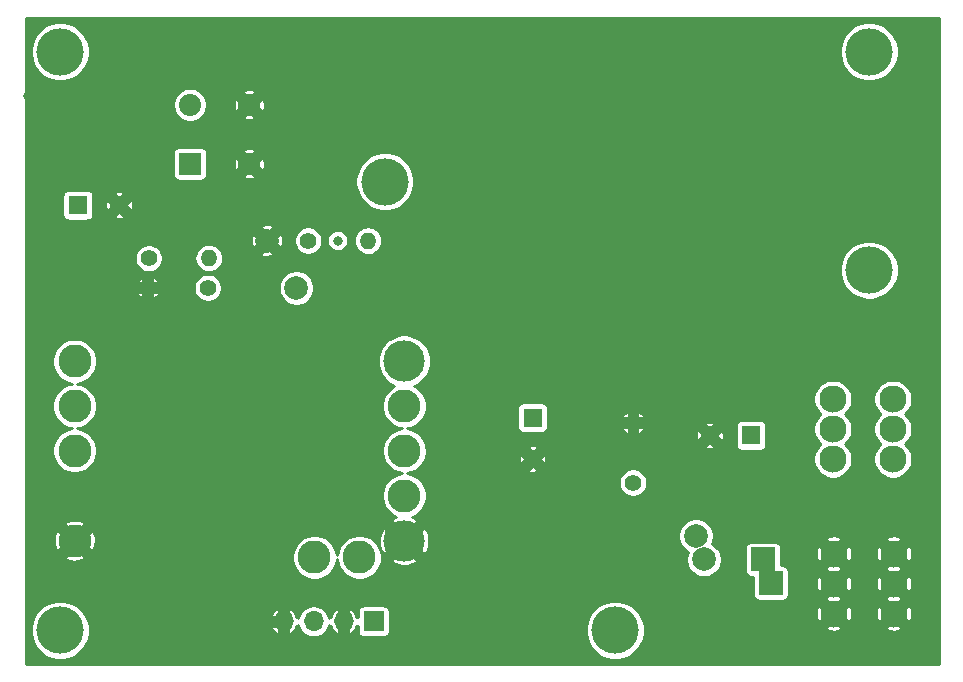
<source format=gbl>
G04 #@! TF.GenerationSoftware,KiCad,Pcbnew,(5.1.4)-1*
G04 #@! TF.CreationDate,2021-06-03T13:54:43-04:00*
G04 #@! TF.ProjectId,coil_power_mod,636f696c-5f70-46f7-9765-725f6d6f642e,rev?*
G04 #@! TF.SameCoordinates,Original*
G04 #@! TF.FileFunction,Copper,L2,Bot*
G04 #@! TF.FilePolarity,Positive*
%FSLAX46Y46*%
G04 Gerber Fmt 4.6, Leading zero omitted, Abs format (unit mm)*
G04 Created by KiCad (PCBNEW (5.1.4)-1) date 2021-06-03 13:54:43*
%MOMM*%
%LPD*%
G04 APERTURE LIST*
%ADD10C,2.300000*%
%ADD11C,2.000000*%
%ADD12O,1.400000X1.400000*%
%ADD13C,1.400000*%
%ADD14R,2.000000X2.000000*%
%ADD15C,1.600000*%
%ADD16R,1.600000X1.600000*%
%ADD17C,2.800000*%
%ADD18C,3.500000*%
%ADD19O,1.700000X1.700000*%
%ADD20R,1.700000X1.700000*%
%ADD21C,1.875000*%
%ADD22R,1.875000X1.875000*%
%ADD23C,4.000000*%
%ADD24C,0.800000*%
%ADD25C,0.254000*%
G04 APERTURE END LIST*
D10*
X166580000Y-75500000D03*
X166580000Y-78040000D03*
X166580000Y-80580000D03*
X161500000Y-80580000D03*
X161500000Y-78040000D03*
X161500000Y-75500000D03*
X166500000Y-62420000D03*
X166500000Y-64960000D03*
X166500000Y-67500000D03*
X161420000Y-67500000D03*
X161420000Y-64960000D03*
X161420000Y-62420000D03*
D11*
X116000000Y-53000000D03*
X113500000Y-49000000D03*
D12*
X103420000Y-53000000D03*
D13*
X108500000Y-53000000D03*
D12*
X108580000Y-50500000D03*
D13*
X103500000Y-50500000D03*
D12*
X122080000Y-49000000D03*
D13*
X117000000Y-49000000D03*
D12*
X144500000Y-64420000D03*
D13*
X144500000Y-69500000D03*
D11*
X149827856Y-74000000D03*
D14*
X156172144Y-78000000D03*
D11*
X150500000Y-76000000D03*
D14*
X155500000Y-76000000D03*
D15*
X101000000Y-46000000D03*
D16*
X97500000Y-46000000D03*
D17*
X97235000Y-63005000D03*
X121335000Y-75805000D03*
X117535000Y-75805000D03*
D18*
X125135000Y-59205000D03*
D17*
X125135000Y-63005000D03*
X125135000Y-66805000D03*
X125135000Y-70605000D03*
D18*
X125135000Y-74405000D03*
D17*
X97235000Y-74405000D03*
X97235000Y-66805000D03*
X97235000Y-59205000D03*
D19*
X114920000Y-81250000D03*
X117460000Y-81250000D03*
X120000000Y-81250000D03*
D20*
X122540000Y-81250000D03*
D21*
X112000000Y-37500000D03*
X112000000Y-42500000D03*
X107000000Y-37500000D03*
D22*
X107000000Y-42500000D03*
D15*
X151000000Y-65500000D03*
D16*
X154500000Y-65500000D03*
D15*
X136000000Y-67500000D03*
D16*
X136000000Y-64000000D03*
D23*
X143000000Y-82000000D03*
X164500000Y-51500000D03*
X164500000Y-33000000D03*
X96000000Y-33000000D03*
X123500000Y-44000000D03*
X96000000Y-82000000D03*
D24*
X119500000Y-49000000D03*
X108500000Y-56000000D03*
X100500000Y-64000000D03*
X102500000Y-62000000D03*
X104500000Y-60000000D03*
X106500000Y-58000000D03*
X109500000Y-55000000D03*
X99000000Y-65000000D03*
X118000000Y-54500000D03*
X118000000Y-56000000D03*
X117000000Y-57000000D03*
X116000000Y-58000000D03*
X115000000Y-59000000D03*
X115000000Y-60500000D03*
X115000000Y-62000000D03*
X115000000Y-63500000D03*
X115000000Y-65000000D03*
X115500000Y-66500000D03*
X116500000Y-67500000D03*
X117500000Y-68500000D03*
X118500000Y-69500000D03*
X119500000Y-70500000D03*
X120500000Y-71500000D03*
X121500000Y-72500000D03*
X123000000Y-72500000D03*
X119500000Y-73500000D03*
X115500000Y-73500000D03*
X115500000Y-77500000D03*
X119500000Y-77500000D03*
X124750000Y-78000000D03*
X106500000Y-53000000D03*
X105500000Y-54000000D03*
X104500000Y-55000000D03*
X103500000Y-56000000D03*
X102500000Y-57000000D03*
X101500000Y-55000000D03*
X102000000Y-52000000D03*
X106500000Y-51500000D03*
X106500000Y-50000000D03*
X107500000Y-48500000D03*
X109500000Y-48500000D03*
X112500000Y-51500000D03*
X110000000Y-51500000D03*
X112000000Y-48000000D03*
X102000000Y-49000000D03*
X103500000Y-48500000D03*
X105500000Y-48500000D03*
X103500000Y-46500000D03*
X105000000Y-46500000D03*
X107000000Y-46500000D03*
X98000000Y-36000000D03*
X99000000Y-35000000D03*
X128500000Y-66750000D03*
X129500000Y-67500000D03*
X130250000Y-68250000D03*
X131000000Y-69000000D03*
X131750000Y-69750000D03*
X132750000Y-70000000D03*
X133750000Y-70000000D03*
X134750000Y-70000000D03*
X135500000Y-70750000D03*
X135500000Y-71750000D03*
X135500000Y-72750000D03*
X135500000Y-73750000D03*
X135500000Y-74750000D03*
X135000000Y-75750000D03*
X134000000Y-75750000D03*
X133000000Y-75750000D03*
X132000000Y-75750000D03*
X131000000Y-75750000D03*
X131000000Y-74500000D03*
X130250000Y-73750000D03*
X129500000Y-73000000D03*
X128750000Y-72250000D03*
X128000000Y-71250000D03*
X119750000Y-58500000D03*
X118750000Y-59250000D03*
X118250000Y-60250000D03*
X118250000Y-61500000D03*
X118250000Y-62750000D03*
X118250000Y-64000000D03*
X118750000Y-65250000D03*
X119500000Y-66000000D03*
X120250000Y-66750000D03*
X121000000Y-67500000D03*
X121750000Y-68250000D03*
X120000000Y-60000000D03*
X120000000Y-61500000D03*
X120000000Y-63000000D03*
X120000000Y-64500000D03*
X121500000Y-66250000D03*
X122750000Y-66250000D03*
X123250000Y-68250000D03*
X131000000Y-67250000D03*
X132250000Y-67250000D03*
X133500000Y-67250000D03*
X134250000Y-68500000D03*
X136500000Y-69250000D03*
X137500000Y-68250000D03*
X135250000Y-69000000D03*
X137750000Y-67000000D03*
X139000000Y-67000000D03*
X140000000Y-66000000D03*
X141000000Y-65000000D03*
X142000000Y-65750000D03*
X143500000Y-65750000D03*
X145000000Y-65750000D03*
X146500000Y-65750000D03*
X147250000Y-64750000D03*
X147000000Y-63500000D03*
X148750000Y-64000000D03*
X148250000Y-65750000D03*
X142750000Y-67000000D03*
X144250000Y-67000000D03*
X145750000Y-67000000D03*
X147500000Y-67000000D03*
X148500000Y-67750000D03*
X149500000Y-68750000D03*
X150250000Y-69500000D03*
X151000000Y-70250000D03*
X151750000Y-71000000D03*
X150000000Y-64000000D03*
X151500000Y-64000000D03*
X152000000Y-66750000D03*
X152000000Y-68000000D03*
X152000000Y-69250000D03*
X149500000Y-65750000D03*
X150250000Y-67000000D03*
X140250000Y-68250000D03*
X140250000Y-69750000D03*
X140250000Y-71500000D03*
X141000000Y-73250000D03*
X142250000Y-74500000D03*
X143500000Y-75750000D03*
X145000000Y-77250000D03*
X146500000Y-78750000D03*
X148250000Y-79500000D03*
X150000000Y-79500000D03*
X151500000Y-79500000D03*
X152500000Y-78500000D03*
X152500000Y-81250000D03*
X153750000Y-82500000D03*
X155500000Y-82500000D03*
X157250000Y-82500000D03*
X159000000Y-82500000D03*
X138750000Y-69250000D03*
X137000000Y-70750000D03*
X138750000Y-70750000D03*
X127000000Y-49000000D03*
X129500000Y-49000000D03*
X132000000Y-49000000D03*
X134500000Y-49000000D03*
X137000000Y-49000000D03*
X139500000Y-49000000D03*
X142000000Y-49000000D03*
X144500000Y-49000000D03*
X147000000Y-49000000D03*
X149500000Y-49000000D03*
X152000000Y-49000000D03*
X154500000Y-49000000D03*
X157000000Y-49000000D03*
X159500000Y-49000000D03*
X117000000Y-32500000D03*
X116000000Y-33500000D03*
X118000000Y-33500000D03*
X117000000Y-34500000D03*
X116000000Y-35500000D03*
X118000000Y-35500000D03*
X117000000Y-36500000D03*
X116000000Y-37500000D03*
X118000000Y-37500000D03*
X117000000Y-38500000D03*
X116000000Y-39500000D03*
X118000000Y-39500000D03*
X117000000Y-40500000D03*
X116000000Y-41500000D03*
X118000000Y-41500000D03*
X117000000Y-42500000D03*
X116000000Y-43500000D03*
X117000000Y-44500000D03*
X118000000Y-43500000D03*
X161250000Y-35500000D03*
X162250000Y-36500000D03*
X165500000Y-37500000D03*
X161250000Y-37500000D03*
X163250000Y-37500000D03*
X162250000Y-38500000D03*
X164250000Y-38500000D03*
X161250000Y-39500000D03*
X163250000Y-39500000D03*
X162250000Y-40500000D03*
X164250000Y-40500000D03*
X161250000Y-41500000D03*
X163250000Y-41500000D03*
X162250000Y-42500000D03*
X164250000Y-42500000D03*
X161250000Y-43500000D03*
X163250000Y-43500000D03*
X162250000Y-44500000D03*
X164250000Y-44500000D03*
X161250000Y-45500000D03*
X163250000Y-45500000D03*
X162250000Y-46500000D03*
X164250000Y-46500000D03*
X161250000Y-47500000D03*
X162250000Y-48500000D03*
X163250000Y-47500000D03*
X160750000Y-51000000D03*
X160750000Y-53000000D03*
X161750000Y-54500000D03*
X162500000Y-56000000D03*
X159500000Y-54750000D03*
X119000000Y-32500000D03*
X119000000Y-34500000D03*
X119000000Y-36500000D03*
X119000000Y-38500000D03*
X119000000Y-40500000D03*
X119000000Y-42500000D03*
X119000000Y-44500000D03*
X110250000Y-30750000D03*
X112750000Y-30750000D03*
X115250000Y-30750000D03*
X117750000Y-30750000D03*
X120250000Y-30750000D03*
X122750000Y-30750000D03*
X125250000Y-30750000D03*
X127750000Y-30750000D03*
X130250000Y-30750000D03*
X132750000Y-30750000D03*
X135250000Y-30750000D03*
X137750000Y-30750000D03*
X150250000Y-30750000D03*
X152750000Y-30750000D03*
X155250000Y-30750000D03*
X157750000Y-30750000D03*
X160250000Y-30750000D03*
X167500000Y-37500000D03*
X169500000Y-37500000D03*
X169500000Y-40000000D03*
X169500000Y-42500000D03*
X169500000Y-45000000D03*
X169500000Y-47500000D03*
X169500000Y-50000000D03*
X169500000Y-52500000D03*
X169500000Y-55000000D03*
X169500000Y-57500000D03*
X169500000Y-60000000D03*
X169500000Y-62500000D03*
X169500000Y-65000000D03*
X169500000Y-67500000D03*
X169500000Y-70000000D03*
X169500000Y-72500000D03*
X169500000Y-75000000D03*
X169500000Y-77500000D03*
X169500000Y-80000000D03*
X169500000Y-82250000D03*
X101500000Y-83750000D03*
X104000000Y-83750000D03*
X106500000Y-83750000D03*
X109000000Y-83750000D03*
X111500000Y-83750000D03*
X114000000Y-83750000D03*
X116500000Y-83750000D03*
X119000000Y-83750000D03*
X121500000Y-83750000D03*
X124000000Y-83750000D03*
X126500000Y-83750000D03*
X129000000Y-83750000D03*
X131500000Y-83750000D03*
X134000000Y-83750000D03*
X136500000Y-83750000D03*
X139000000Y-83750000D03*
X146500000Y-83750000D03*
X149000000Y-83750000D03*
X151500000Y-83750000D03*
X154000000Y-83750000D03*
X156500000Y-83750000D03*
X159000000Y-83750000D03*
X161500000Y-83750000D03*
X164000000Y-83750000D03*
X166500000Y-83750000D03*
X169000000Y-83750000D03*
X93250000Y-36750000D03*
X99000000Y-30500000D03*
X110250000Y-33250000D03*
X112750000Y-33250000D03*
X110250000Y-44500000D03*
X114000000Y-44500000D03*
X93750000Y-62500000D03*
X93750000Y-65000000D03*
X93750000Y-67500000D03*
X93750000Y-70000000D03*
X93750000Y-72500000D03*
X93750000Y-75000000D03*
X93750000Y-77500000D03*
X95750000Y-78250000D03*
X98000000Y-78500000D03*
X99500000Y-80000000D03*
X99750000Y-82250000D03*
X160250000Y-33000000D03*
X114000000Y-55000000D03*
X113000000Y-56250000D03*
X111750000Y-57500000D03*
X110500000Y-58750000D03*
X109250000Y-60000000D03*
X108000000Y-61250000D03*
X106750000Y-62500000D03*
X105500000Y-63750000D03*
X104250000Y-65000000D03*
X103000000Y-66250000D03*
X101750000Y-67500000D03*
X100250000Y-68250000D03*
X98500000Y-69250000D03*
X95750000Y-69250000D03*
X114500000Y-56500000D03*
X116250000Y-55750000D03*
X115250000Y-50250000D03*
X119750000Y-79250000D03*
X115250000Y-79500000D03*
X124750000Y-80000000D03*
X127750000Y-77500000D03*
X127750000Y-80000000D03*
X138000000Y-73250000D03*
X138000000Y-75500000D03*
X138250000Y-78250000D03*
X140500000Y-76750000D03*
X138250000Y-81000000D03*
X133750000Y-78250000D03*
X133750000Y-81000000D03*
X118000000Y-45750000D03*
X119000000Y-47000000D03*
X138750000Y-33250000D03*
X139750000Y-38250000D03*
X143750000Y-38250000D03*
X148000000Y-38250000D03*
X149250000Y-33250000D03*
X149250000Y-35750000D03*
X138750000Y-35750000D03*
X103750000Y-68750000D03*
X107750000Y-68750000D03*
X111750000Y-68750000D03*
X103750000Y-73750000D03*
X107750000Y-73750000D03*
X111750000Y-73750000D03*
X103750000Y-78750000D03*
X107750000Y-78750000D03*
X111750000Y-78750000D03*
D25*
G36*
X170373000Y-84873000D02*
G01*
X93127000Y-84873000D01*
X93127000Y-81753575D01*
X93498000Y-81753575D01*
X93498000Y-82246425D01*
X93594151Y-82729806D01*
X93782756Y-83185141D01*
X94056570Y-83594932D01*
X94405068Y-83943430D01*
X94814859Y-84217244D01*
X95270194Y-84405849D01*
X95753575Y-84502000D01*
X96246425Y-84502000D01*
X96729806Y-84405849D01*
X97185141Y-84217244D01*
X97594932Y-83943430D01*
X97943430Y-83594932D01*
X98217244Y-83185141D01*
X98405849Y-82729806D01*
X98502000Y-82246425D01*
X98502000Y-81801272D01*
X113823793Y-81801272D01*
X113952404Y-82004539D01*
X114118199Y-82178809D01*
X114314807Y-82317386D01*
X114368731Y-82346189D01*
X114547000Y-82319576D01*
X114547000Y-81623000D01*
X113845301Y-81623000D01*
X113823793Y-81801272D01*
X98502000Y-81801272D01*
X98502000Y-81753575D01*
X98405849Y-81270194D01*
X98217244Y-80814859D01*
X98139648Y-80698728D01*
X113823793Y-80698728D01*
X113845301Y-80877000D01*
X114547000Y-80877000D01*
X114547000Y-80180424D01*
X115293000Y-80180424D01*
X115293000Y-80877000D01*
X115313000Y-80877000D01*
X115313000Y-81623000D01*
X115293000Y-81623000D01*
X115293000Y-82319576D01*
X115471269Y-82346189D01*
X115525193Y-82317386D01*
X115721801Y-82178809D01*
X115887596Y-82004539D01*
X116016207Y-81801272D01*
X115994699Y-81623002D01*
X116147000Y-81623002D01*
X116147000Y-81579113D01*
X116204872Y-81769891D01*
X116330414Y-82004765D01*
X116499366Y-82210634D01*
X116705235Y-82379586D01*
X116940109Y-82505128D01*
X117194962Y-82582437D01*
X117393588Y-82602000D01*
X117526412Y-82602000D01*
X117725038Y-82582437D01*
X117979891Y-82505128D01*
X118214765Y-82379586D01*
X118420634Y-82210634D01*
X118589586Y-82004765D01*
X118715128Y-81769891D01*
X118773000Y-81579113D01*
X118773000Y-81623002D01*
X118925301Y-81623002D01*
X118903793Y-81801272D01*
X119032404Y-82004539D01*
X119198199Y-82178809D01*
X119394807Y-82317386D01*
X119448731Y-82346189D01*
X119627000Y-82319576D01*
X119627000Y-81623000D01*
X119607000Y-81623000D01*
X119607000Y-80877000D01*
X119627000Y-80877000D01*
X119627000Y-80180424D01*
X120373000Y-80180424D01*
X120373000Y-80877000D01*
X120393000Y-80877000D01*
X120393000Y-81623000D01*
X120373000Y-81623000D01*
X120373000Y-82319576D01*
X120551269Y-82346189D01*
X120605193Y-82317386D01*
X120801801Y-82178809D01*
X120967596Y-82004539D01*
X121096207Y-81801272D01*
X121074699Y-81623002D01*
X121185572Y-81623002D01*
X121185572Y-82100000D01*
X121195264Y-82198409D01*
X121223969Y-82293036D01*
X121270583Y-82380245D01*
X121333316Y-82456684D01*
X121409755Y-82519417D01*
X121496964Y-82566031D01*
X121591591Y-82594736D01*
X121690000Y-82604428D01*
X123390000Y-82604428D01*
X123488409Y-82594736D01*
X123583036Y-82566031D01*
X123670245Y-82519417D01*
X123746684Y-82456684D01*
X123809417Y-82380245D01*
X123856031Y-82293036D01*
X123884736Y-82198409D01*
X123894428Y-82100000D01*
X123894428Y-81753575D01*
X140498000Y-81753575D01*
X140498000Y-82246425D01*
X140594151Y-82729806D01*
X140782756Y-83185141D01*
X141056570Y-83594932D01*
X141405068Y-83943430D01*
X141814859Y-84217244D01*
X142270194Y-84405849D01*
X142753575Y-84502000D01*
X143246425Y-84502000D01*
X143729806Y-84405849D01*
X144185141Y-84217244D01*
X144594932Y-83943430D01*
X144943430Y-83594932D01*
X145217244Y-83185141D01*
X145405849Y-82729806D01*
X145502000Y-82246425D01*
X145502000Y-81827334D01*
X160780167Y-81827334D01*
X160926926Y-82003354D01*
X161215620Y-82087806D01*
X161515242Y-82114314D01*
X161814279Y-82081859D01*
X162073074Y-82003354D01*
X162219833Y-81827334D01*
X165860167Y-81827334D01*
X166006926Y-82003354D01*
X166295620Y-82087806D01*
X166595242Y-82114314D01*
X166894279Y-82081859D01*
X167153074Y-82003354D01*
X167299833Y-81827334D01*
X166580000Y-81107502D01*
X165860167Y-81827334D01*
X162219833Y-81827334D01*
X161500000Y-81107502D01*
X160780167Y-81827334D01*
X145502000Y-81827334D01*
X145502000Y-81753575D01*
X145405849Y-81270194D01*
X145217244Y-80814859D01*
X145070501Y-80595242D01*
X159965686Y-80595242D01*
X159998141Y-80894279D01*
X160076646Y-81153074D01*
X160252666Y-81299833D01*
X160972498Y-80580000D01*
X162027502Y-80580000D01*
X162747334Y-81299833D01*
X162923354Y-81153074D01*
X163007806Y-80864380D01*
X163031617Y-80595242D01*
X165045686Y-80595242D01*
X165078141Y-80894279D01*
X165156646Y-81153074D01*
X165332666Y-81299833D01*
X166052498Y-80580000D01*
X167107502Y-80580000D01*
X167827334Y-81299833D01*
X168003354Y-81153074D01*
X168087806Y-80864380D01*
X168114314Y-80564758D01*
X168081859Y-80265721D01*
X168003354Y-80006926D01*
X167827334Y-79860167D01*
X167107502Y-80580000D01*
X166052498Y-80580000D01*
X165332666Y-79860167D01*
X165156646Y-80006926D01*
X165072194Y-80295620D01*
X165045686Y-80595242D01*
X163031617Y-80595242D01*
X163034314Y-80564758D01*
X163001859Y-80265721D01*
X162923354Y-80006926D01*
X162747334Y-79860167D01*
X162027502Y-80580000D01*
X160972498Y-80580000D01*
X160252666Y-79860167D01*
X160076646Y-80006926D01*
X159992194Y-80295620D01*
X159965686Y-80595242D01*
X145070501Y-80595242D01*
X144943430Y-80405068D01*
X144594932Y-80056570D01*
X144185141Y-79782756D01*
X143729806Y-79594151D01*
X143246425Y-79498000D01*
X142753575Y-79498000D01*
X142270194Y-79594151D01*
X141814859Y-79782756D01*
X141405068Y-80056570D01*
X141056570Y-80405068D01*
X140782756Y-80814859D01*
X140594151Y-81270194D01*
X140498000Y-81753575D01*
X123894428Y-81753575D01*
X123894428Y-80400000D01*
X123884736Y-80301591D01*
X123856031Y-80206964D01*
X123809417Y-80119755D01*
X123746684Y-80043316D01*
X123670245Y-79980583D01*
X123583036Y-79933969D01*
X123488409Y-79905264D01*
X123390000Y-79895572D01*
X121690000Y-79895572D01*
X121591591Y-79905264D01*
X121496964Y-79933969D01*
X121409755Y-79980583D01*
X121333316Y-80043316D01*
X121270583Y-80119755D01*
X121223969Y-80206964D01*
X121195264Y-80301591D01*
X121185572Y-80400000D01*
X121185572Y-80876998D01*
X121074699Y-80876998D01*
X121096207Y-80698728D01*
X120967596Y-80495461D01*
X120801801Y-80321191D01*
X120605193Y-80182614D01*
X120551269Y-80153811D01*
X120373000Y-80180424D01*
X119627000Y-80180424D01*
X119448731Y-80153811D01*
X119394807Y-80182614D01*
X119198199Y-80321191D01*
X119032404Y-80495461D01*
X118903793Y-80698728D01*
X118925301Y-80876998D01*
X118773000Y-80876998D01*
X118773000Y-80920887D01*
X118715128Y-80730109D01*
X118589586Y-80495235D01*
X118420634Y-80289366D01*
X118214765Y-80120414D01*
X117979891Y-79994872D01*
X117725038Y-79917563D01*
X117526412Y-79898000D01*
X117393588Y-79898000D01*
X117194962Y-79917563D01*
X116940109Y-79994872D01*
X116705235Y-80120414D01*
X116499366Y-80289366D01*
X116330414Y-80495235D01*
X116204872Y-80730109D01*
X116147000Y-80920887D01*
X116147000Y-80876998D01*
X115994699Y-80876998D01*
X116016207Y-80698728D01*
X115887596Y-80495461D01*
X115721801Y-80321191D01*
X115525193Y-80182614D01*
X115471269Y-80153811D01*
X115293000Y-80180424D01*
X114547000Y-80180424D01*
X114368731Y-80153811D01*
X114314807Y-80182614D01*
X114118199Y-80321191D01*
X113952404Y-80495461D01*
X113823793Y-80698728D01*
X98139648Y-80698728D01*
X97943430Y-80405068D01*
X97594932Y-80056570D01*
X97185141Y-79782756D01*
X96729806Y-79594151D01*
X96246425Y-79498000D01*
X95753575Y-79498000D01*
X95270194Y-79594151D01*
X94814859Y-79782756D01*
X94405068Y-80056570D01*
X94056570Y-80405068D01*
X93782756Y-80814859D01*
X93594151Y-81270194D01*
X93498000Y-81753575D01*
X93127000Y-81753575D01*
X93127000Y-75835269D01*
X96332233Y-75835269D01*
X96510370Y-76036953D01*
X96842671Y-76146964D01*
X97190050Y-76190032D01*
X97539156Y-76164502D01*
X97876574Y-76071356D01*
X97959630Y-76036953D01*
X98137767Y-75835269D01*
X97920167Y-75617669D01*
X115633000Y-75617669D01*
X115633000Y-75992331D01*
X115706093Y-76359793D01*
X115849469Y-76705935D01*
X116057620Y-77017454D01*
X116322546Y-77282380D01*
X116634065Y-77490531D01*
X116980207Y-77633907D01*
X117347669Y-77707000D01*
X117722331Y-77707000D01*
X118089793Y-77633907D01*
X118435935Y-77490531D01*
X118747454Y-77282380D01*
X119012380Y-77017454D01*
X119220531Y-76705935D01*
X119363907Y-76359793D01*
X119435000Y-76002386D01*
X119506093Y-76359793D01*
X119649469Y-76705935D01*
X119857620Y-77017454D01*
X120122546Y-77282380D01*
X120434065Y-77490531D01*
X120780207Y-77633907D01*
X121147669Y-77707000D01*
X121522331Y-77707000D01*
X121889793Y-77633907D01*
X122235935Y-77490531D01*
X122547454Y-77282380D01*
X122812380Y-77017454D01*
X123020531Y-76705935D01*
X123163907Y-76359793D01*
X123217747Y-76089119D01*
X123978383Y-76089119D01*
X124199774Y-76326814D01*
X124592672Y-76472340D01*
X125006411Y-76538420D01*
X125425091Y-76522513D01*
X125832623Y-76425232D01*
X126070226Y-76326814D01*
X126291617Y-76089119D01*
X125135000Y-74932502D01*
X123978383Y-76089119D01*
X123217747Y-76089119D01*
X123237000Y-75992331D01*
X123237000Y-75617669D01*
X123163907Y-75250207D01*
X123020531Y-74904065D01*
X122812380Y-74592546D01*
X122547454Y-74327620D01*
X122470815Y-74276411D01*
X123001580Y-74276411D01*
X123017487Y-74695091D01*
X123114768Y-75102623D01*
X123213186Y-75340226D01*
X123450881Y-75561617D01*
X124607498Y-74405000D01*
X125662502Y-74405000D01*
X126819119Y-75561617D01*
X127056814Y-75340226D01*
X127202340Y-74947328D01*
X127268420Y-74533589D01*
X127252513Y-74114909D01*
X127189771Y-73852066D01*
X148325856Y-73852066D01*
X148325856Y-74147934D01*
X148383577Y-74438117D01*
X148496800Y-74711464D01*
X148661176Y-74957469D01*
X148870387Y-75166680D01*
X149116392Y-75331056D01*
X149146215Y-75343409D01*
X149055721Y-75561883D01*
X148998000Y-75852066D01*
X148998000Y-76147934D01*
X149055721Y-76438117D01*
X149168944Y-76711464D01*
X149333320Y-76957469D01*
X149542531Y-77166680D01*
X149788536Y-77331056D01*
X150061883Y-77444279D01*
X150352066Y-77502000D01*
X150647934Y-77502000D01*
X150938117Y-77444279D01*
X151211464Y-77331056D01*
X151457469Y-77166680D01*
X151666680Y-76957469D01*
X151831056Y-76711464D01*
X151944279Y-76438117D01*
X152002000Y-76147934D01*
X152002000Y-75852066D01*
X151944279Y-75561883D01*
X151831056Y-75288536D01*
X151666680Y-75042531D01*
X151624149Y-75000000D01*
X153995572Y-75000000D01*
X153995572Y-77000000D01*
X154005264Y-77098409D01*
X154033969Y-77193036D01*
X154080583Y-77280245D01*
X154143316Y-77356684D01*
X154219755Y-77419417D01*
X154306964Y-77466031D01*
X154401591Y-77494736D01*
X154500000Y-77504428D01*
X154667716Y-77504428D01*
X154667716Y-79000000D01*
X154677408Y-79098409D01*
X154706113Y-79193036D01*
X154752727Y-79280245D01*
X154815460Y-79356684D01*
X154891899Y-79419417D01*
X154979108Y-79466031D01*
X155073735Y-79494736D01*
X155172144Y-79504428D01*
X157172144Y-79504428D01*
X157270553Y-79494736D01*
X157365180Y-79466031D01*
X157452389Y-79419417D01*
X157528828Y-79356684D01*
X157585743Y-79287334D01*
X160780167Y-79287334D01*
X160799065Y-79310000D01*
X160780167Y-79332666D01*
X161500000Y-80052498D01*
X162219833Y-79332666D01*
X162200935Y-79310000D01*
X162219833Y-79287334D01*
X165860167Y-79287334D01*
X165879065Y-79310000D01*
X165860167Y-79332666D01*
X166580000Y-80052498D01*
X167299833Y-79332666D01*
X167280935Y-79310000D01*
X167299833Y-79287334D01*
X166580000Y-78567502D01*
X165860167Y-79287334D01*
X162219833Y-79287334D01*
X161500000Y-78567502D01*
X160780167Y-79287334D01*
X157585743Y-79287334D01*
X157591561Y-79280245D01*
X157638175Y-79193036D01*
X157666880Y-79098409D01*
X157676572Y-79000000D01*
X157676572Y-78055242D01*
X159965686Y-78055242D01*
X159998141Y-78354279D01*
X160076646Y-78613074D01*
X160252666Y-78759833D01*
X160972498Y-78040000D01*
X162027502Y-78040000D01*
X162747334Y-78759833D01*
X162923354Y-78613074D01*
X163007806Y-78324380D01*
X163031617Y-78055242D01*
X165045686Y-78055242D01*
X165078141Y-78354279D01*
X165156646Y-78613074D01*
X165332666Y-78759833D01*
X166052498Y-78040000D01*
X167107502Y-78040000D01*
X167827334Y-78759833D01*
X168003354Y-78613074D01*
X168087806Y-78324380D01*
X168114314Y-78024758D01*
X168081859Y-77725721D01*
X168003354Y-77466926D01*
X167827334Y-77320167D01*
X167107502Y-78040000D01*
X166052498Y-78040000D01*
X165332666Y-77320167D01*
X165156646Y-77466926D01*
X165072194Y-77755620D01*
X165045686Y-78055242D01*
X163031617Y-78055242D01*
X163034314Y-78024758D01*
X163001859Y-77725721D01*
X162923354Y-77466926D01*
X162747334Y-77320167D01*
X162027502Y-78040000D01*
X160972498Y-78040000D01*
X160252666Y-77320167D01*
X160076646Y-77466926D01*
X159992194Y-77755620D01*
X159965686Y-78055242D01*
X157676572Y-78055242D01*
X157676572Y-77000000D01*
X157666880Y-76901591D01*
X157638175Y-76806964D01*
X157606303Y-76747334D01*
X160780167Y-76747334D01*
X160799065Y-76770000D01*
X160780167Y-76792666D01*
X161500000Y-77512498D01*
X162219833Y-76792666D01*
X162200935Y-76770000D01*
X162219833Y-76747334D01*
X165860167Y-76747334D01*
X165879065Y-76770000D01*
X165860167Y-76792666D01*
X166580000Y-77512498D01*
X167299833Y-76792666D01*
X167280935Y-76770000D01*
X167299833Y-76747334D01*
X166580000Y-76027502D01*
X165860167Y-76747334D01*
X162219833Y-76747334D01*
X161500000Y-76027502D01*
X160780167Y-76747334D01*
X157606303Y-76747334D01*
X157591561Y-76719755D01*
X157528828Y-76643316D01*
X157452389Y-76580583D01*
X157365180Y-76533969D01*
X157270553Y-76505264D01*
X157172144Y-76495572D01*
X157004428Y-76495572D01*
X157004428Y-75515242D01*
X159965686Y-75515242D01*
X159998141Y-75814279D01*
X160076646Y-76073074D01*
X160252666Y-76219833D01*
X160972498Y-75500000D01*
X162027502Y-75500000D01*
X162747334Y-76219833D01*
X162923354Y-76073074D01*
X163007806Y-75784380D01*
X163031617Y-75515242D01*
X165045686Y-75515242D01*
X165078141Y-75814279D01*
X165156646Y-76073074D01*
X165332666Y-76219833D01*
X166052498Y-75500000D01*
X167107502Y-75500000D01*
X167827334Y-76219833D01*
X168003354Y-76073074D01*
X168087806Y-75784380D01*
X168114314Y-75484758D01*
X168081859Y-75185721D01*
X168003354Y-74926926D01*
X167827334Y-74780167D01*
X167107502Y-75500000D01*
X166052498Y-75500000D01*
X165332666Y-74780167D01*
X165156646Y-74926926D01*
X165072194Y-75215620D01*
X165045686Y-75515242D01*
X163031617Y-75515242D01*
X163034314Y-75484758D01*
X163001859Y-75185721D01*
X162923354Y-74926926D01*
X162747334Y-74780167D01*
X162027502Y-75500000D01*
X160972498Y-75500000D01*
X160252666Y-74780167D01*
X160076646Y-74926926D01*
X159992194Y-75215620D01*
X159965686Y-75515242D01*
X157004428Y-75515242D01*
X157004428Y-75000000D01*
X156994736Y-74901591D01*
X156966031Y-74806964D01*
X156919417Y-74719755D01*
X156856684Y-74643316D01*
X156780245Y-74580583D01*
X156693036Y-74533969D01*
X156598409Y-74505264D01*
X156500000Y-74495572D01*
X154500000Y-74495572D01*
X154401591Y-74505264D01*
X154306964Y-74533969D01*
X154219755Y-74580583D01*
X154143316Y-74643316D01*
X154080583Y-74719755D01*
X154033969Y-74806964D01*
X154005264Y-74901591D01*
X153995572Y-75000000D01*
X151624149Y-75000000D01*
X151457469Y-74833320D01*
X151211464Y-74668944D01*
X151181641Y-74656591D01*
X151272135Y-74438117D01*
X151309023Y-74252666D01*
X160780167Y-74252666D01*
X161500000Y-74972498D01*
X162219833Y-74252666D01*
X165860167Y-74252666D01*
X166580000Y-74972498D01*
X167299833Y-74252666D01*
X167153074Y-74076646D01*
X166864380Y-73992194D01*
X166564758Y-73965686D01*
X166265721Y-73998141D01*
X166006926Y-74076646D01*
X165860167Y-74252666D01*
X162219833Y-74252666D01*
X162073074Y-74076646D01*
X161784380Y-73992194D01*
X161484758Y-73965686D01*
X161185721Y-73998141D01*
X160926926Y-74076646D01*
X160780167Y-74252666D01*
X151309023Y-74252666D01*
X151329856Y-74147934D01*
X151329856Y-73852066D01*
X151272135Y-73561883D01*
X151158912Y-73288536D01*
X150994536Y-73042531D01*
X150785325Y-72833320D01*
X150539320Y-72668944D01*
X150265973Y-72555721D01*
X149975790Y-72498000D01*
X149679922Y-72498000D01*
X149389739Y-72555721D01*
X149116392Y-72668944D01*
X148870387Y-72833320D01*
X148661176Y-73042531D01*
X148496800Y-73288536D01*
X148383577Y-73561883D01*
X148325856Y-73852066D01*
X127189771Y-73852066D01*
X127155232Y-73707377D01*
X127056814Y-73469774D01*
X126819119Y-73248383D01*
X125662502Y-74405000D01*
X124607498Y-74405000D01*
X123450881Y-73248383D01*
X123213186Y-73469774D01*
X123067660Y-73862672D01*
X123001580Y-74276411D01*
X122470815Y-74276411D01*
X122235935Y-74119469D01*
X121889793Y-73976093D01*
X121522331Y-73903000D01*
X121147669Y-73903000D01*
X120780207Y-73976093D01*
X120434065Y-74119469D01*
X120122546Y-74327620D01*
X119857620Y-74592546D01*
X119649469Y-74904065D01*
X119506093Y-75250207D01*
X119435000Y-75607614D01*
X119363907Y-75250207D01*
X119220531Y-74904065D01*
X119012380Y-74592546D01*
X118747454Y-74327620D01*
X118435935Y-74119469D01*
X118089793Y-73976093D01*
X117722331Y-73903000D01*
X117347669Y-73903000D01*
X116980207Y-73976093D01*
X116634065Y-74119469D01*
X116322546Y-74327620D01*
X116057620Y-74592546D01*
X115849469Y-74904065D01*
X115706093Y-75250207D01*
X115633000Y-75617669D01*
X97920167Y-75617669D01*
X97235000Y-74932502D01*
X96332233Y-75835269D01*
X93127000Y-75835269D01*
X93127000Y-74360050D01*
X95449968Y-74360050D01*
X95475498Y-74709156D01*
X95568644Y-75046574D01*
X95603047Y-75129630D01*
X95804731Y-75307767D01*
X96707498Y-74405000D01*
X97762502Y-74405000D01*
X98665269Y-75307767D01*
X98866953Y-75129630D01*
X98976964Y-74797329D01*
X99020032Y-74449950D01*
X98994502Y-74100844D01*
X98901356Y-73763426D01*
X98866953Y-73680370D01*
X98665269Y-73502233D01*
X97762502Y-74405000D01*
X96707498Y-74405000D01*
X95804731Y-73502233D01*
X95603047Y-73680370D01*
X95493036Y-74012671D01*
X95449968Y-74360050D01*
X93127000Y-74360050D01*
X93127000Y-72974731D01*
X96332233Y-72974731D01*
X97235000Y-73877498D01*
X98137767Y-72974731D01*
X97959630Y-72773047D01*
X97627329Y-72663036D01*
X97279950Y-72619968D01*
X96930844Y-72645498D01*
X96593426Y-72738644D01*
X96510370Y-72773047D01*
X96332233Y-72974731D01*
X93127000Y-72974731D01*
X93127000Y-59017669D01*
X95333000Y-59017669D01*
X95333000Y-59392331D01*
X95406093Y-59759793D01*
X95549469Y-60105935D01*
X95757620Y-60417454D01*
X96022546Y-60682380D01*
X96334065Y-60890531D01*
X96680207Y-61033907D01*
X97037614Y-61105000D01*
X96680207Y-61176093D01*
X96334065Y-61319469D01*
X96022546Y-61527620D01*
X95757620Y-61792546D01*
X95549469Y-62104065D01*
X95406093Y-62450207D01*
X95333000Y-62817669D01*
X95333000Y-63192331D01*
X95406093Y-63559793D01*
X95549469Y-63905935D01*
X95757620Y-64217454D01*
X96022546Y-64482380D01*
X96334065Y-64690531D01*
X96680207Y-64833907D01*
X97037614Y-64905000D01*
X96680207Y-64976093D01*
X96334065Y-65119469D01*
X96022546Y-65327620D01*
X95757620Y-65592546D01*
X95549469Y-65904065D01*
X95406093Y-66250207D01*
X95333000Y-66617669D01*
X95333000Y-66992331D01*
X95406093Y-67359793D01*
X95549469Y-67705935D01*
X95757620Y-68017454D01*
X96022546Y-68282380D01*
X96334065Y-68490531D01*
X96680207Y-68633907D01*
X97047669Y-68707000D01*
X97422331Y-68707000D01*
X97789793Y-68633907D01*
X98135935Y-68490531D01*
X98447454Y-68282380D01*
X98712380Y-68017454D01*
X98920531Y-67705935D01*
X99063907Y-67359793D01*
X99137000Y-66992331D01*
X99137000Y-66617669D01*
X99063907Y-66250207D01*
X98920531Y-65904065D01*
X98712380Y-65592546D01*
X98447454Y-65327620D01*
X98135935Y-65119469D01*
X97789793Y-64976093D01*
X97432386Y-64905000D01*
X97789793Y-64833907D01*
X98135935Y-64690531D01*
X98447454Y-64482380D01*
X98712380Y-64217454D01*
X98920531Y-63905935D01*
X99063907Y-63559793D01*
X99137000Y-63192331D01*
X99137000Y-62817669D01*
X99063907Y-62450207D01*
X98920531Y-62104065D01*
X98712380Y-61792546D01*
X98447454Y-61527620D01*
X98135935Y-61319469D01*
X97789793Y-61176093D01*
X97432386Y-61105000D01*
X97789793Y-61033907D01*
X98135935Y-60890531D01*
X98447454Y-60682380D01*
X98712380Y-60417454D01*
X98920531Y-60105935D01*
X99063907Y-59759793D01*
X99137000Y-59392331D01*
X99137000Y-59017669D01*
X99130144Y-58983197D01*
X122883000Y-58983197D01*
X122883000Y-59426803D01*
X122969544Y-59861884D01*
X123139304Y-60271722D01*
X123385758Y-60640566D01*
X123699434Y-60954242D01*
X124068278Y-61200696D01*
X124294544Y-61294418D01*
X124234065Y-61319469D01*
X123922546Y-61527620D01*
X123657620Y-61792546D01*
X123449469Y-62104065D01*
X123306093Y-62450207D01*
X123233000Y-62817669D01*
X123233000Y-63192331D01*
X123306093Y-63559793D01*
X123449469Y-63905935D01*
X123657620Y-64217454D01*
X123922546Y-64482380D01*
X124234065Y-64690531D01*
X124580207Y-64833907D01*
X124937614Y-64905000D01*
X124580207Y-64976093D01*
X124234065Y-65119469D01*
X123922546Y-65327620D01*
X123657620Y-65592546D01*
X123449469Y-65904065D01*
X123306093Y-66250207D01*
X123233000Y-66617669D01*
X123233000Y-66992331D01*
X123306093Y-67359793D01*
X123449469Y-67705935D01*
X123657620Y-68017454D01*
X123922546Y-68282380D01*
X124234065Y-68490531D01*
X124580207Y-68633907D01*
X124937614Y-68705000D01*
X124580207Y-68776093D01*
X124234065Y-68919469D01*
X123922546Y-69127620D01*
X123657620Y-69392546D01*
X123449469Y-69704065D01*
X123306093Y-70050207D01*
X123233000Y-70417669D01*
X123233000Y-70792331D01*
X123306093Y-71159793D01*
X123449469Y-71505935D01*
X123657620Y-71817454D01*
X123922546Y-72082380D01*
X124234065Y-72290531D01*
X124452728Y-72381104D01*
X124437377Y-72384768D01*
X124199774Y-72483186D01*
X123978383Y-72720881D01*
X125135000Y-73877498D01*
X126291617Y-72720881D01*
X126070226Y-72483186D01*
X125806578Y-72385533D01*
X126035935Y-72290531D01*
X126347454Y-72082380D01*
X126612380Y-71817454D01*
X126820531Y-71505935D01*
X126963907Y-71159793D01*
X127037000Y-70792331D01*
X127037000Y-70417669D01*
X126963907Y-70050207D01*
X126820531Y-69704065D01*
X126612380Y-69392546D01*
X126601447Y-69381613D01*
X143298000Y-69381613D01*
X143298000Y-69618387D01*
X143344192Y-69850610D01*
X143434801Y-70069361D01*
X143566346Y-70266230D01*
X143733770Y-70433654D01*
X143930639Y-70565199D01*
X144149390Y-70655808D01*
X144381613Y-70702000D01*
X144618387Y-70702000D01*
X144850610Y-70655808D01*
X145069361Y-70565199D01*
X145266230Y-70433654D01*
X145433654Y-70266230D01*
X145565199Y-70069361D01*
X145655808Y-69850610D01*
X145702000Y-69618387D01*
X145702000Y-69381613D01*
X145655808Y-69149390D01*
X145565199Y-68930639D01*
X145433654Y-68733770D01*
X145266230Y-68566346D01*
X145069361Y-68434801D01*
X144850610Y-68344192D01*
X144618387Y-68298000D01*
X144381613Y-68298000D01*
X144149390Y-68344192D01*
X143930639Y-68434801D01*
X143733770Y-68566346D01*
X143566346Y-68733770D01*
X143434801Y-68930639D01*
X143344192Y-69149390D01*
X143298000Y-69381613D01*
X126601447Y-69381613D01*
X126347454Y-69127620D01*
X126035935Y-68919469D01*
X125689793Y-68776093D01*
X125332386Y-68705000D01*
X125689793Y-68633907D01*
X126035935Y-68490531D01*
X126041527Y-68486794D01*
X135540707Y-68486794D01*
X135642071Y-68627233D01*
X135868861Y-68675402D01*
X136100690Y-68678401D01*
X136328650Y-68636115D01*
X136357929Y-68627233D01*
X136459293Y-68486794D01*
X136000000Y-68027502D01*
X135540707Y-68486794D01*
X126041527Y-68486794D01*
X126347454Y-68282380D01*
X126612380Y-68017454D01*
X126820531Y-67705935D01*
X126864124Y-67600690D01*
X134821599Y-67600690D01*
X134863885Y-67828650D01*
X134872767Y-67857929D01*
X135013206Y-67959293D01*
X135472498Y-67500000D01*
X136527502Y-67500000D01*
X136986794Y-67959293D01*
X137127233Y-67857929D01*
X137175402Y-67631139D01*
X137178401Y-67399310D01*
X137136115Y-67171350D01*
X137127233Y-67142071D01*
X136986794Y-67040707D01*
X136527502Y-67500000D01*
X135472498Y-67500000D01*
X135013206Y-67040707D01*
X134872767Y-67142071D01*
X134824598Y-67368861D01*
X134821599Y-67600690D01*
X126864124Y-67600690D01*
X126963907Y-67359793D01*
X127037000Y-66992331D01*
X127037000Y-66617669D01*
X127016221Y-66513206D01*
X135540707Y-66513206D01*
X136000000Y-66972498D01*
X136459293Y-66513206D01*
X136440230Y-66486794D01*
X150540707Y-66486794D01*
X150642071Y-66627233D01*
X150868861Y-66675402D01*
X151100690Y-66678401D01*
X151328650Y-66636115D01*
X151357929Y-66627233D01*
X151459293Y-66486794D01*
X151000000Y-66027502D01*
X150540707Y-66486794D01*
X136440230Y-66486794D01*
X136357929Y-66372767D01*
X136131139Y-66324598D01*
X135899310Y-66321599D01*
X135671350Y-66363885D01*
X135642071Y-66372767D01*
X135540707Y-66513206D01*
X127016221Y-66513206D01*
X126963907Y-66250207D01*
X126820531Y-65904065D01*
X126617822Y-65600690D01*
X149821599Y-65600690D01*
X149863885Y-65828650D01*
X149872767Y-65857929D01*
X150013206Y-65959293D01*
X150472498Y-65500000D01*
X151527502Y-65500000D01*
X151986794Y-65959293D01*
X152127233Y-65857929D01*
X152175402Y-65631139D01*
X152178401Y-65399310D01*
X152136115Y-65171350D01*
X152127233Y-65142071D01*
X151986794Y-65040707D01*
X151527502Y-65500000D01*
X150472498Y-65500000D01*
X150013206Y-65040707D01*
X149872767Y-65142071D01*
X149824598Y-65368861D01*
X149821599Y-65600690D01*
X126617822Y-65600690D01*
X126612380Y-65592546D01*
X126347454Y-65327620D01*
X126035935Y-65119469D01*
X125689793Y-64976093D01*
X125332386Y-64905000D01*
X125689793Y-64833907D01*
X126035935Y-64690531D01*
X126347454Y-64482380D01*
X126612380Y-64217454D01*
X126820531Y-63905935D01*
X126963907Y-63559793D01*
X127035474Y-63200000D01*
X134695572Y-63200000D01*
X134695572Y-64800000D01*
X134705264Y-64898409D01*
X134733969Y-64993036D01*
X134780583Y-65080245D01*
X134843316Y-65156684D01*
X134919755Y-65219417D01*
X135006964Y-65266031D01*
X135101591Y-65294736D01*
X135200000Y-65304428D01*
X136800000Y-65304428D01*
X136898409Y-65294736D01*
X136993036Y-65266031D01*
X137080245Y-65219417D01*
X137156684Y-65156684D01*
X137219417Y-65080245D01*
X137266031Y-64993036D01*
X137280158Y-64946464D01*
X143560422Y-64946464D01*
X143681184Y-65119651D01*
X143833412Y-65265950D01*
X143973539Y-65359557D01*
X144127000Y-65329213D01*
X144127000Y-64793000D01*
X144873000Y-64793000D01*
X144873000Y-65329213D01*
X145026461Y-65359557D01*
X145166588Y-65265950D01*
X145318816Y-65119651D01*
X145439578Y-64946464D01*
X145416117Y-64793000D01*
X144873000Y-64793000D01*
X144127000Y-64793000D01*
X143583883Y-64793000D01*
X143560422Y-64946464D01*
X137280158Y-64946464D01*
X137294736Y-64898409D01*
X137304428Y-64800000D01*
X137304428Y-64513206D01*
X150540707Y-64513206D01*
X151000000Y-64972498D01*
X151272498Y-64700000D01*
X153195572Y-64700000D01*
X153195572Y-66300000D01*
X153205264Y-66398409D01*
X153233969Y-66493036D01*
X153280583Y-66580245D01*
X153343316Y-66656684D01*
X153419755Y-66719417D01*
X153506964Y-66766031D01*
X153601591Y-66794736D01*
X153700000Y-66804428D01*
X155300000Y-66804428D01*
X155398409Y-66794736D01*
X155493036Y-66766031D01*
X155580245Y-66719417D01*
X155656684Y-66656684D01*
X155719417Y-66580245D01*
X155766031Y-66493036D01*
X155794736Y-66398409D01*
X155804428Y-66300000D01*
X155804428Y-64700000D01*
X155794736Y-64601591D01*
X155766031Y-64506964D01*
X155719417Y-64419755D01*
X155656684Y-64343316D01*
X155580245Y-64280583D01*
X155493036Y-64233969D01*
X155398409Y-64205264D01*
X155300000Y-64195572D01*
X153700000Y-64195572D01*
X153601591Y-64205264D01*
X153506964Y-64233969D01*
X153419755Y-64280583D01*
X153343316Y-64343316D01*
X153280583Y-64419755D01*
X153233969Y-64506964D01*
X153205264Y-64601591D01*
X153195572Y-64700000D01*
X151272498Y-64700000D01*
X151459293Y-64513206D01*
X151357929Y-64372767D01*
X151131139Y-64324598D01*
X150899310Y-64321599D01*
X150671350Y-64363885D01*
X150642071Y-64372767D01*
X150540707Y-64513206D01*
X137304428Y-64513206D01*
X137304428Y-63893536D01*
X143560422Y-63893536D01*
X143583883Y-64047000D01*
X144127000Y-64047000D01*
X144127000Y-63510787D01*
X144873000Y-63510787D01*
X144873000Y-64047000D01*
X145416117Y-64047000D01*
X145439578Y-63893536D01*
X145318816Y-63720349D01*
X145166588Y-63574050D01*
X145026461Y-63480443D01*
X144873000Y-63510787D01*
X144127000Y-63510787D01*
X143973539Y-63480443D01*
X143833412Y-63574050D01*
X143681184Y-63720349D01*
X143560422Y-63893536D01*
X137304428Y-63893536D01*
X137304428Y-63200000D01*
X137294736Y-63101591D01*
X137266031Y-63006964D01*
X137219417Y-62919755D01*
X137156684Y-62843316D01*
X137080245Y-62780583D01*
X136993036Y-62733969D01*
X136898409Y-62705264D01*
X136800000Y-62695572D01*
X135200000Y-62695572D01*
X135101591Y-62705264D01*
X135006964Y-62733969D01*
X134919755Y-62780583D01*
X134843316Y-62843316D01*
X134780583Y-62919755D01*
X134733969Y-63006964D01*
X134705264Y-63101591D01*
X134695572Y-63200000D01*
X127035474Y-63200000D01*
X127037000Y-63192331D01*
X127037000Y-62817669D01*
X126963907Y-62450207D01*
X126884000Y-62257292D01*
X159768000Y-62257292D01*
X159768000Y-62582708D01*
X159831486Y-62901871D01*
X159956017Y-63202515D01*
X160136808Y-63473088D01*
X160353720Y-63690000D01*
X160136808Y-63906912D01*
X159956017Y-64177485D01*
X159831486Y-64478129D01*
X159768000Y-64797292D01*
X159768000Y-65122708D01*
X159831486Y-65441871D01*
X159956017Y-65742515D01*
X160136808Y-66013088D01*
X160353720Y-66230000D01*
X160136808Y-66446912D01*
X159956017Y-66717485D01*
X159831486Y-67018129D01*
X159768000Y-67337292D01*
X159768000Y-67662708D01*
X159831486Y-67981871D01*
X159956017Y-68282515D01*
X160136808Y-68553088D01*
X160366912Y-68783192D01*
X160637485Y-68963983D01*
X160938129Y-69088514D01*
X161257292Y-69152000D01*
X161582708Y-69152000D01*
X161901871Y-69088514D01*
X162202515Y-68963983D01*
X162473088Y-68783192D01*
X162703192Y-68553088D01*
X162883983Y-68282515D01*
X163008514Y-67981871D01*
X163072000Y-67662708D01*
X163072000Y-67337292D01*
X163008514Y-67018129D01*
X162883983Y-66717485D01*
X162703192Y-66446912D01*
X162486280Y-66230000D01*
X162703192Y-66013088D01*
X162883983Y-65742515D01*
X163008514Y-65441871D01*
X163072000Y-65122708D01*
X163072000Y-64797292D01*
X163008514Y-64478129D01*
X162883983Y-64177485D01*
X162703192Y-63906912D01*
X162486280Y-63690000D01*
X162703192Y-63473088D01*
X162883983Y-63202515D01*
X163008514Y-62901871D01*
X163072000Y-62582708D01*
X163072000Y-62257292D01*
X164848000Y-62257292D01*
X164848000Y-62582708D01*
X164911486Y-62901871D01*
X165036017Y-63202515D01*
X165216808Y-63473088D01*
X165433720Y-63690000D01*
X165216808Y-63906912D01*
X165036017Y-64177485D01*
X164911486Y-64478129D01*
X164848000Y-64797292D01*
X164848000Y-65122708D01*
X164911486Y-65441871D01*
X165036017Y-65742515D01*
X165216808Y-66013088D01*
X165433720Y-66230000D01*
X165216808Y-66446912D01*
X165036017Y-66717485D01*
X164911486Y-67018129D01*
X164848000Y-67337292D01*
X164848000Y-67662708D01*
X164911486Y-67981871D01*
X165036017Y-68282515D01*
X165216808Y-68553088D01*
X165446912Y-68783192D01*
X165717485Y-68963983D01*
X166018129Y-69088514D01*
X166337292Y-69152000D01*
X166662708Y-69152000D01*
X166981871Y-69088514D01*
X167282515Y-68963983D01*
X167553088Y-68783192D01*
X167783192Y-68553088D01*
X167963983Y-68282515D01*
X168088514Y-67981871D01*
X168152000Y-67662708D01*
X168152000Y-67337292D01*
X168088514Y-67018129D01*
X167963983Y-66717485D01*
X167783192Y-66446912D01*
X167566280Y-66230000D01*
X167783192Y-66013088D01*
X167963983Y-65742515D01*
X168088514Y-65441871D01*
X168152000Y-65122708D01*
X168152000Y-64797292D01*
X168088514Y-64478129D01*
X167963983Y-64177485D01*
X167783192Y-63906912D01*
X167566280Y-63690000D01*
X167783192Y-63473088D01*
X167963983Y-63202515D01*
X168088514Y-62901871D01*
X168152000Y-62582708D01*
X168152000Y-62257292D01*
X168088514Y-61938129D01*
X167963983Y-61637485D01*
X167783192Y-61366912D01*
X167553088Y-61136808D01*
X167282515Y-60956017D01*
X166981871Y-60831486D01*
X166662708Y-60768000D01*
X166337292Y-60768000D01*
X166018129Y-60831486D01*
X165717485Y-60956017D01*
X165446912Y-61136808D01*
X165216808Y-61366912D01*
X165036017Y-61637485D01*
X164911486Y-61938129D01*
X164848000Y-62257292D01*
X163072000Y-62257292D01*
X163008514Y-61938129D01*
X162883983Y-61637485D01*
X162703192Y-61366912D01*
X162473088Y-61136808D01*
X162202515Y-60956017D01*
X161901871Y-60831486D01*
X161582708Y-60768000D01*
X161257292Y-60768000D01*
X160938129Y-60831486D01*
X160637485Y-60956017D01*
X160366912Y-61136808D01*
X160136808Y-61366912D01*
X159956017Y-61637485D01*
X159831486Y-61938129D01*
X159768000Y-62257292D01*
X126884000Y-62257292D01*
X126820531Y-62104065D01*
X126612380Y-61792546D01*
X126347454Y-61527620D01*
X126035935Y-61319469D01*
X125975456Y-61294418D01*
X126201722Y-61200696D01*
X126570566Y-60954242D01*
X126884242Y-60640566D01*
X127130696Y-60271722D01*
X127300456Y-59861884D01*
X127387000Y-59426803D01*
X127387000Y-58983197D01*
X127300456Y-58548116D01*
X127130696Y-58138278D01*
X126884242Y-57769434D01*
X126570566Y-57455758D01*
X126201722Y-57209304D01*
X125791884Y-57039544D01*
X125356803Y-56953000D01*
X124913197Y-56953000D01*
X124478116Y-57039544D01*
X124068278Y-57209304D01*
X123699434Y-57455758D01*
X123385758Y-57769434D01*
X123139304Y-58138278D01*
X122969544Y-58548116D01*
X122883000Y-58983197D01*
X99130144Y-58983197D01*
X99063907Y-58650207D01*
X98920531Y-58304065D01*
X98712380Y-57992546D01*
X98447454Y-57727620D01*
X98135935Y-57519469D01*
X97789793Y-57376093D01*
X97422331Y-57303000D01*
X97047669Y-57303000D01*
X96680207Y-57376093D01*
X96334065Y-57519469D01*
X96022546Y-57727620D01*
X95757620Y-57992546D01*
X95549469Y-58304065D01*
X95406093Y-58650207D01*
X95333000Y-59017669D01*
X93127000Y-59017669D01*
X93127000Y-53526461D01*
X102480443Y-53526461D01*
X102574050Y-53666588D01*
X102720349Y-53818816D01*
X102893536Y-53939578D01*
X103047000Y-53916117D01*
X103047000Y-53373000D01*
X103793000Y-53373000D01*
X103793000Y-53916117D01*
X103946464Y-53939578D01*
X104119651Y-53818816D01*
X104265950Y-53666588D01*
X104359557Y-53526461D01*
X104329213Y-53373000D01*
X103793000Y-53373000D01*
X103047000Y-53373000D01*
X102510787Y-53373000D01*
X102480443Y-53526461D01*
X93127000Y-53526461D01*
X93127000Y-52881613D01*
X107298000Y-52881613D01*
X107298000Y-53118387D01*
X107344192Y-53350610D01*
X107434801Y-53569361D01*
X107566346Y-53766230D01*
X107733770Y-53933654D01*
X107930639Y-54065199D01*
X108149390Y-54155808D01*
X108381613Y-54202000D01*
X108618387Y-54202000D01*
X108850610Y-54155808D01*
X109069361Y-54065199D01*
X109266230Y-53933654D01*
X109433654Y-53766230D01*
X109565199Y-53569361D01*
X109655808Y-53350610D01*
X109702000Y-53118387D01*
X109702000Y-52881613D01*
X109696123Y-52852066D01*
X114498000Y-52852066D01*
X114498000Y-53147934D01*
X114555721Y-53438117D01*
X114668944Y-53711464D01*
X114833320Y-53957469D01*
X115042531Y-54166680D01*
X115288536Y-54331056D01*
X115561883Y-54444279D01*
X115852066Y-54502000D01*
X116147934Y-54502000D01*
X116438117Y-54444279D01*
X116711464Y-54331056D01*
X116957469Y-54166680D01*
X117166680Y-53957469D01*
X117331056Y-53711464D01*
X117444279Y-53438117D01*
X117502000Y-53147934D01*
X117502000Y-52852066D01*
X117444279Y-52561883D01*
X117331056Y-52288536D01*
X117166680Y-52042531D01*
X116957469Y-51833320D01*
X116711464Y-51668944D01*
X116438117Y-51555721D01*
X116147934Y-51498000D01*
X115852066Y-51498000D01*
X115561883Y-51555721D01*
X115288536Y-51668944D01*
X115042531Y-51833320D01*
X114833320Y-52042531D01*
X114668944Y-52288536D01*
X114555721Y-52561883D01*
X114498000Y-52852066D01*
X109696123Y-52852066D01*
X109655808Y-52649390D01*
X109565199Y-52430639D01*
X109433654Y-52233770D01*
X109266230Y-52066346D01*
X109069361Y-51934801D01*
X108850610Y-51844192D01*
X108618387Y-51798000D01*
X108381613Y-51798000D01*
X108149390Y-51844192D01*
X107930639Y-51934801D01*
X107733770Y-52066346D01*
X107566346Y-52233770D01*
X107434801Y-52430639D01*
X107344192Y-52649390D01*
X107298000Y-52881613D01*
X93127000Y-52881613D01*
X93127000Y-52473539D01*
X102480443Y-52473539D01*
X102510787Y-52627000D01*
X103047000Y-52627000D01*
X103047000Y-52083883D01*
X103793000Y-52083883D01*
X103793000Y-52627000D01*
X104329213Y-52627000D01*
X104359557Y-52473539D01*
X104265950Y-52333412D01*
X104119651Y-52181184D01*
X103946464Y-52060422D01*
X103793000Y-52083883D01*
X103047000Y-52083883D01*
X102893536Y-52060422D01*
X102720349Y-52181184D01*
X102574050Y-52333412D01*
X102480443Y-52473539D01*
X93127000Y-52473539D01*
X93127000Y-50381613D01*
X102298000Y-50381613D01*
X102298000Y-50618387D01*
X102344192Y-50850610D01*
X102434801Y-51069361D01*
X102566346Y-51266230D01*
X102733770Y-51433654D01*
X102930639Y-51565199D01*
X103149390Y-51655808D01*
X103381613Y-51702000D01*
X103618387Y-51702000D01*
X103850610Y-51655808D01*
X104069361Y-51565199D01*
X104266230Y-51433654D01*
X104433654Y-51266230D01*
X104565199Y-51069361D01*
X104655808Y-50850610D01*
X104702000Y-50618387D01*
X104702000Y-50500000D01*
X107372185Y-50500000D01*
X107395393Y-50735633D01*
X107464124Y-50962211D01*
X107575739Y-51171026D01*
X107725946Y-51354054D01*
X107908974Y-51504261D01*
X108117789Y-51615876D01*
X108344367Y-51684607D01*
X108520960Y-51702000D01*
X108639040Y-51702000D01*
X108815633Y-51684607D01*
X109042211Y-51615876D01*
X109251026Y-51504261D01*
X109434054Y-51354054D01*
X109516514Y-51253575D01*
X161998000Y-51253575D01*
X161998000Y-51746425D01*
X162094151Y-52229806D01*
X162282756Y-52685141D01*
X162556570Y-53094932D01*
X162905068Y-53443430D01*
X163314859Y-53717244D01*
X163770194Y-53905849D01*
X164253575Y-54002000D01*
X164746425Y-54002000D01*
X165229806Y-53905849D01*
X165685141Y-53717244D01*
X166094932Y-53443430D01*
X166443430Y-53094932D01*
X166717244Y-52685141D01*
X166905849Y-52229806D01*
X167002000Y-51746425D01*
X167002000Y-51253575D01*
X166905849Y-50770194D01*
X166717244Y-50314859D01*
X166443430Y-49905068D01*
X166094932Y-49556570D01*
X165685141Y-49282756D01*
X165229806Y-49094151D01*
X164746425Y-48998000D01*
X164253575Y-48998000D01*
X163770194Y-49094151D01*
X163314859Y-49282756D01*
X162905068Y-49556570D01*
X162556570Y-49905068D01*
X162282756Y-50314859D01*
X162094151Y-50770194D01*
X161998000Y-51253575D01*
X109516514Y-51253575D01*
X109584261Y-51171026D01*
X109695876Y-50962211D01*
X109764607Y-50735633D01*
X109787815Y-50500000D01*
X109764607Y-50264367D01*
X109725826Y-50136521D01*
X112890980Y-50136521D01*
X113018576Y-50297209D01*
X113280899Y-50366205D01*
X113551642Y-50382699D01*
X113820401Y-50346056D01*
X113981424Y-50297209D01*
X114109020Y-50136521D01*
X113500000Y-49527502D01*
X112890980Y-50136521D01*
X109725826Y-50136521D01*
X109695876Y-50037789D01*
X109584261Y-49828974D01*
X109434054Y-49645946D01*
X109251026Y-49495739D01*
X109042211Y-49384124D01*
X108815633Y-49315393D01*
X108639040Y-49298000D01*
X108520960Y-49298000D01*
X108344367Y-49315393D01*
X108117789Y-49384124D01*
X107908974Y-49495739D01*
X107725946Y-49645946D01*
X107575739Y-49828974D01*
X107464124Y-50037789D01*
X107395393Y-50264367D01*
X107372185Y-50500000D01*
X104702000Y-50500000D01*
X104702000Y-50381613D01*
X104655808Y-50149390D01*
X104565199Y-49930639D01*
X104433654Y-49733770D01*
X104266230Y-49566346D01*
X104069361Y-49434801D01*
X103850610Y-49344192D01*
X103618387Y-49298000D01*
X103381613Y-49298000D01*
X103149390Y-49344192D01*
X102930639Y-49434801D01*
X102733770Y-49566346D01*
X102566346Y-49733770D01*
X102434801Y-49930639D01*
X102344192Y-50149390D01*
X102298000Y-50381613D01*
X93127000Y-50381613D01*
X93127000Y-49051642D01*
X112117301Y-49051642D01*
X112153944Y-49320401D01*
X112202791Y-49481424D01*
X112363479Y-49609020D01*
X112972498Y-49000000D01*
X114027502Y-49000000D01*
X114636521Y-49609020D01*
X114797209Y-49481424D01*
X114866205Y-49219101D01*
X114882699Y-48948358D01*
X114873599Y-48881613D01*
X115798000Y-48881613D01*
X115798000Y-49118387D01*
X115844192Y-49350610D01*
X115934801Y-49569361D01*
X116066346Y-49766230D01*
X116233770Y-49933654D01*
X116430639Y-50065199D01*
X116649390Y-50155808D01*
X116881613Y-50202000D01*
X117118387Y-50202000D01*
X117350610Y-50155808D01*
X117569361Y-50065199D01*
X117766230Y-49933654D01*
X117933654Y-49766230D01*
X118065199Y-49569361D01*
X118155808Y-49350610D01*
X118202000Y-49118387D01*
X118202000Y-48911161D01*
X118598000Y-48911161D01*
X118598000Y-49088839D01*
X118632664Y-49263104D01*
X118700658Y-49427257D01*
X118799371Y-49574991D01*
X118925009Y-49700629D01*
X119072743Y-49799342D01*
X119236896Y-49867336D01*
X119411161Y-49902000D01*
X119588839Y-49902000D01*
X119763104Y-49867336D01*
X119927257Y-49799342D01*
X120074991Y-49700629D01*
X120200629Y-49574991D01*
X120299342Y-49427257D01*
X120367336Y-49263104D01*
X120402000Y-49088839D01*
X120402000Y-49000000D01*
X120872185Y-49000000D01*
X120895393Y-49235633D01*
X120964124Y-49462211D01*
X121075739Y-49671026D01*
X121225946Y-49854054D01*
X121408974Y-50004261D01*
X121617789Y-50115876D01*
X121844367Y-50184607D01*
X122020960Y-50202000D01*
X122139040Y-50202000D01*
X122315633Y-50184607D01*
X122542211Y-50115876D01*
X122751026Y-50004261D01*
X122934054Y-49854054D01*
X123084261Y-49671026D01*
X123195876Y-49462211D01*
X123264607Y-49235633D01*
X123287815Y-49000000D01*
X123264607Y-48764367D01*
X123195876Y-48537789D01*
X123084261Y-48328974D01*
X122934054Y-48145946D01*
X122751026Y-47995739D01*
X122542211Y-47884124D01*
X122315633Y-47815393D01*
X122139040Y-47798000D01*
X122020960Y-47798000D01*
X121844367Y-47815393D01*
X121617789Y-47884124D01*
X121408974Y-47995739D01*
X121225946Y-48145946D01*
X121075739Y-48328974D01*
X120964124Y-48537789D01*
X120895393Y-48764367D01*
X120872185Y-49000000D01*
X120402000Y-49000000D01*
X120402000Y-48911161D01*
X120367336Y-48736896D01*
X120299342Y-48572743D01*
X120200629Y-48425009D01*
X120074991Y-48299371D01*
X119927257Y-48200658D01*
X119763104Y-48132664D01*
X119588839Y-48098000D01*
X119411161Y-48098000D01*
X119236896Y-48132664D01*
X119072743Y-48200658D01*
X118925009Y-48299371D01*
X118799371Y-48425009D01*
X118700658Y-48572743D01*
X118632664Y-48736896D01*
X118598000Y-48911161D01*
X118202000Y-48911161D01*
X118202000Y-48881613D01*
X118155808Y-48649390D01*
X118065199Y-48430639D01*
X117933654Y-48233770D01*
X117766230Y-48066346D01*
X117569361Y-47934801D01*
X117350610Y-47844192D01*
X117118387Y-47798000D01*
X116881613Y-47798000D01*
X116649390Y-47844192D01*
X116430639Y-47934801D01*
X116233770Y-48066346D01*
X116066346Y-48233770D01*
X115934801Y-48430639D01*
X115844192Y-48649390D01*
X115798000Y-48881613D01*
X114873599Y-48881613D01*
X114846056Y-48679599D01*
X114797209Y-48518576D01*
X114636521Y-48390980D01*
X114027502Y-49000000D01*
X112972498Y-49000000D01*
X112363479Y-48390980D01*
X112202791Y-48518576D01*
X112133795Y-48780899D01*
X112117301Y-49051642D01*
X93127000Y-49051642D01*
X93127000Y-47863479D01*
X112890980Y-47863479D01*
X113500000Y-48472498D01*
X114109020Y-47863479D01*
X113981424Y-47702791D01*
X113719101Y-47633795D01*
X113448358Y-47617301D01*
X113179599Y-47653944D01*
X113018576Y-47702791D01*
X112890980Y-47863479D01*
X93127000Y-47863479D01*
X93127000Y-45200000D01*
X96195572Y-45200000D01*
X96195572Y-46800000D01*
X96205264Y-46898409D01*
X96233969Y-46993036D01*
X96280583Y-47080245D01*
X96343316Y-47156684D01*
X96419755Y-47219417D01*
X96506964Y-47266031D01*
X96601591Y-47294736D01*
X96700000Y-47304428D01*
X98300000Y-47304428D01*
X98398409Y-47294736D01*
X98493036Y-47266031D01*
X98580245Y-47219417D01*
X98656684Y-47156684D01*
X98719417Y-47080245D01*
X98766031Y-46993036D01*
X98767924Y-46986794D01*
X100540707Y-46986794D01*
X100642071Y-47127233D01*
X100868861Y-47175402D01*
X101100690Y-47178401D01*
X101328650Y-47136115D01*
X101357929Y-47127233D01*
X101459293Y-46986794D01*
X101000000Y-46527502D01*
X100540707Y-46986794D01*
X98767924Y-46986794D01*
X98794736Y-46898409D01*
X98804428Y-46800000D01*
X98804428Y-46100690D01*
X99821599Y-46100690D01*
X99863885Y-46328650D01*
X99872767Y-46357929D01*
X100013206Y-46459293D01*
X100472498Y-46000000D01*
X101527502Y-46000000D01*
X101986794Y-46459293D01*
X102127233Y-46357929D01*
X102175402Y-46131139D01*
X102178401Y-45899310D01*
X102136115Y-45671350D01*
X102127233Y-45642071D01*
X101986794Y-45540707D01*
X101527502Y-46000000D01*
X100472498Y-46000000D01*
X100013206Y-45540707D01*
X99872767Y-45642071D01*
X99824598Y-45868861D01*
X99821599Y-46100690D01*
X98804428Y-46100690D01*
X98804428Y-45200000D01*
X98794736Y-45101591D01*
X98767925Y-45013206D01*
X100540707Y-45013206D01*
X101000000Y-45472498D01*
X101459293Y-45013206D01*
X101357929Y-44872767D01*
X101131139Y-44824598D01*
X100899310Y-44821599D01*
X100671350Y-44863885D01*
X100642071Y-44872767D01*
X100540707Y-45013206D01*
X98767925Y-45013206D01*
X98766031Y-45006964D01*
X98719417Y-44919755D01*
X98656684Y-44843316D01*
X98580245Y-44780583D01*
X98493036Y-44733969D01*
X98398409Y-44705264D01*
X98300000Y-44695572D01*
X96700000Y-44695572D01*
X96601591Y-44705264D01*
X96506964Y-44733969D01*
X96419755Y-44780583D01*
X96343316Y-44843316D01*
X96280583Y-44919755D01*
X96233969Y-45006964D01*
X96205264Y-45101591D01*
X96195572Y-45200000D01*
X93127000Y-45200000D01*
X93127000Y-41562500D01*
X105558072Y-41562500D01*
X105558072Y-43437500D01*
X105567764Y-43535909D01*
X105596469Y-43630536D01*
X105643083Y-43717745D01*
X105705816Y-43794184D01*
X105782255Y-43856917D01*
X105869464Y-43903531D01*
X105964091Y-43932236D01*
X106062500Y-43941928D01*
X107937500Y-43941928D01*
X108035909Y-43932236D01*
X108130536Y-43903531D01*
X108217745Y-43856917D01*
X108294184Y-43794184D01*
X108356917Y-43717745D01*
X108403531Y-43630536D01*
X108415821Y-43590021D01*
X111437481Y-43590021D01*
X111556981Y-43744350D01*
X111808253Y-43806868D01*
X112066895Y-43819166D01*
X112322966Y-43780768D01*
X112412608Y-43753575D01*
X120998000Y-43753575D01*
X120998000Y-44246425D01*
X121094151Y-44729806D01*
X121282756Y-45185141D01*
X121556570Y-45594932D01*
X121905068Y-45943430D01*
X122314859Y-46217244D01*
X122770194Y-46405849D01*
X123253575Y-46502000D01*
X123746425Y-46502000D01*
X124229806Y-46405849D01*
X124685141Y-46217244D01*
X125094932Y-45943430D01*
X125443430Y-45594932D01*
X125717244Y-45185141D01*
X125905849Y-44729806D01*
X126002000Y-44246425D01*
X126002000Y-43753575D01*
X125905849Y-43270194D01*
X125717244Y-42814859D01*
X125443430Y-42405068D01*
X125094932Y-42056570D01*
X124685141Y-41782756D01*
X124229806Y-41594151D01*
X123746425Y-41498000D01*
X123253575Y-41498000D01*
X122770194Y-41594151D01*
X122314859Y-41782756D01*
X121905068Y-42056570D01*
X121556570Y-42405068D01*
X121282756Y-42814859D01*
X121094151Y-43270194D01*
X120998000Y-43753575D01*
X112412608Y-43753575D01*
X112443019Y-43744350D01*
X112562519Y-43590021D01*
X112000000Y-43027502D01*
X111437481Y-43590021D01*
X108415821Y-43590021D01*
X108432236Y-43535909D01*
X108441928Y-43437500D01*
X108441928Y-42566895D01*
X110680834Y-42566895D01*
X110719232Y-42822966D01*
X110755650Y-42943019D01*
X110909979Y-43062519D01*
X111472498Y-42500000D01*
X112527502Y-42500000D01*
X113090021Y-43062519D01*
X113244350Y-42943019D01*
X113306868Y-42691747D01*
X113319166Y-42433105D01*
X113280768Y-42177034D01*
X113244350Y-42056981D01*
X113090021Y-41937481D01*
X112527502Y-42500000D01*
X111472498Y-42500000D01*
X110909979Y-41937481D01*
X110755650Y-42056981D01*
X110693132Y-42308253D01*
X110680834Y-42566895D01*
X108441928Y-42566895D01*
X108441928Y-41562500D01*
X108432236Y-41464091D01*
X108415822Y-41409979D01*
X111437481Y-41409979D01*
X112000000Y-41972498D01*
X112562519Y-41409979D01*
X112443019Y-41255650D01*
X112191747Y-41193132D01*
X111933105Y-41180834D01*
X111677034Y-41219232D01*
X111556981Y-41255650D01*
X111437481Y-41409979D01*
X108415822Y-41409979D01*
X108403531Y-41369464D01*
X108356917Y-41282255D01*
X108294184Y-41205816D01*
X108217745Y-41143083D01*
X108130536Y-41096469D01*
X108035909Y-41067764D01*
X107937500Y-41058072D01*
X106062500Y-41058072D01*
X105964091Y-41067764D01*
X105869464Y-41096469D01*
X105782255Y-41143083D01*
X105705816Y-41205816D01*
X105643083Y-41282255D01*
X105596469Y-41369464D01*
X105567764Y-41464091D01*
X105558072Y-41562500D01*
X93127000Y-41562500D01*
X93127000Y-37358222D01*
X105560500Y-37358222D01*
X105560500Y-37641778D01*
X105615819Y-37919887D01*
X105724332Y-38181859D01*
X105881867Y-38417628D01*
X106082372Y-38618133D01*
X106318141Y-38775668D01*
X106580113Y-38884181D01*
X106858222Y-38939500D01*
X107141778Y-38939500D01*
X107419887Y-38884181D01*
X107681859Y-38775668D01*
X107917628Y-38618133D01*
X107945740Y-38590021D01*
X111437481Y-38590021D01*
X111556981Y-38744350D01*
X111808253Y-38806868D01*
X112066895Y-38819166D01*
X112322966Y-38780768D01*
X112443019Y-38744350D01*
X112562519Y-38590021D01*
X112000000Y-38027502D01*
X111437481Y-38590021D01*
X107945740Y-38590021D01*
X108118133Y-38417628D01*
X108275668Y-38181859D01*
X108384181Y-37919887D01*
X108439500Y-37641778D01*
X108439500Y-37566895D01*
X110680834Y-37566895D01*
X110719232Y-37822966D01*
X110755650Y-37943019D01*
X110909979Y-38062519D01*
X111472498Y-37500000D01*
X112527502Y-37500000D01*
X113090021Y-38062519D01*
X113244350Y-37943019D01*
X113306868Y-37691747D01*
X113319166Y-37433105D01*
X113280768Y-37177034D01*
X113244350Y-37056981D01*
X113090021Y-36937481D01*
X112527502Y-37500000D01*
X111472498Y-37500000D01*
X110909979Y-36937481D01*
X110755650Y-37056981D01*
X110693132Y-37308253D01*
X110680834Y-37566895D01*
X108439500Y-37566895D01*
X108439500Y-37358222D01*
X108384181Y-37080113D01*
X108275668Y-36818141D01*
X108118133Y-36582372D01*
X107945740Y-36409979D01*
X111437481Y-36409979D01*
X112000000Y-36972498D01*
X112562519Y-36409979D01*
X112443019Y-36255650D01*
X112191747Y-36193132D01*
X111933105Y-36180834D01*
X111677034Y-36219232D01*
X111556981Y-36255650D01*
X111437481Y-36409979D01*
X107945740Y-36409979D01*
X107917628Y-36381867D01*
X107681859Y-36224332D01*
X107419887Y-36115819D01*
X107141778Y-36060500D01*
X106858222Y-36060500D01*
X106580113Y-36115819D01*
X106318141Y-36224332D01*
X106082372Y-36381867D01*
X105881867Y-36582372D01*
X105724332Y-36818141D01*
X105615819Y-37080113D01*
X105560500Y-37358222D01*
X93127000Y-37358222D01*
X93127000Y-32753575D01*
X93498000Y-32753575D01*
X93498000Y-33246425D01*
X93594151Y-33729806D01*
X93782756Y-34185141D01*
X94056570Y-34594932D01*
X94405068Y-34943430D01*
X94814859Y-35217244D01*
X95270194Y-35405849D01*
X95753575Y-35502000D01*
X96246425Y-35502000D01*
X96729806Y-35405849D01*
X97185141Y-35217244D01*
X97594932Y-34943430D01*
X97943430Y-34594932D01*
X98217244Y-34185141D01*
X98405849Y-33729806D01*
X98502000Y-33246425D01*
X98502000Y-32753575D01*
X161998000Y-32753575D01*
X161998000Y-33246425D01*
X162094151Y-33729806D01*
X162282756Y-34185141D01*
X162556570Y-34594932D01*
X162905068Y-34943430D01*
X163314859Y-35217244D01*
X163770194Y-35405849D01*
X164253575Y-35502000D01*
X164746425Y-35502000D01*
X165229806Y-35405849D01*
X165685141Y-35217244D01*
X166094932Y-34943430D01*
X166443430Y-34594932D01*
X166717244Y-34185141D01*
X166905849Y-33729806D01*
X167002000Y-33246425D01*
X167002000Y-32753575D01*
X166905849Y-32270194D01*
X166717244Y-31814859D01*
X166443430Y-31405068D01*
X166094932Y-31056570D01*
X165685141Y-30782756D01*
X165229806Y-30594151D01*
X164746425Y-30498000D01*
X164253575Y-30498000D01*
X163770194Y-30594151D01*
X163314859Y-30782756D01*
X162905068Y-31056570D01*
X162556570Y-31405068D01*
X162282756Y-31814859D01*
X162094151Y-32270194D01*
X161998000Y-32753575D01*
X98502000Y-32753575D01*
X98405849Y-32270194D01*
X98217244Y-31814859D01*
X97943430Y-31405068D01*
X97594932Y-31056570D01*
X97185141Y-30782756D01*
X96729806Y-30594151D01*
X96246425Y-30498000D01*
X95753575Y-30498000D01*
X95270194Y-30594151D01*
X94814859Y-30782756D01*
X94405068Y-31056570D01*
X94056570Y-31405068D01*
X93782756Y-31814859D01*
X93594151Y-32270194D01*
X93498000Y-32753575D01*
X93127000Y-32753575D01*
X93127000Y-30127000D01*
X170373000Y-30127000D01*
X170373000Y-84873000D01*
X170373000Y-84873000D01*
G37*
X170373000Y-84873000D02*
X93127000Y-84873000D01*
X93127000Y-81753575D01*
X93498000Y-81753575D01*
X93498000Y-82246425D01*
X93594151Y-82729806D01*
X93782756Y-83185141D01*
X94056570Y-83594932D01*
X94405068Y-83943430D01*
X94814859Y-84217244D01*
X95270194Y-84405849D01*
X95753575Y-84502000D01*
X96246425Y-84502000D01*
X96729806Y-84405849D01*
X97185141Y-84217244D01*
X97594932Y-83943430D01*
X97943430Y-83594932D01*
X98217244Y-83185141D01*
X98405849Y-82729806D01*
X98502000Y-82246425D01*
X98502000Y-81801272D01*
X113823793Y-81801272D01*
X113952404Y-82004539D01*
X114118199Y-82178809D01*
X114314807Y-82317386D01*
X114368731Y-82346189D01*
X114547000Y-82319576D01*
X114547000Y-81623000D01*
X113845301Y-81623000D01*
X113823793Y-81801272D01*
X98502000Y-81801272D01*
X98502000Y-81753575D01*
X98405849Y-81270194D01*
X98217244Y-80814859D01*
X98139648Y-80698728D01*
X113823793Y-80698728D01*
X113845301Y-80877000D01*
X114547000Y-80877000D01*
X114547000Y-80180424D01*
X115293000Y-80180424D01*
X115293000Y-80877000D01*
X115313000Y-80877000D01*
X115313000Y-81623000D01*
X115293000Y-81623000D01*
X115293000Y-82319576D01*
X115471269Y-82346189D01*
X115525193Y-82317386D01*
X115721801Y-82178809D01*
X115887596Y-82004539D01*
X116016207Y-81801272D01*
X115994699Y-81623002D01*
X116147000Y-81623002D01*
X116147000Y-81579113D01*
X116204872Y-81769891D01*
X116330414Y-82004765D01*
X116499366Y-82210634D01*
X116705235Y-82379586D01*
X116940109Y-82505128D01*
X117194962Y-82582437D01*
X117393588Y-82602000D01*
X117526412Y-82602000D01*
X117725038Y-82582437D01*
X117979891Y-82505128D01*
X118214765Y-82379586D01*
X118420634Y-82210634D01*
X118589586Y-82004765D01*
X118715128Y-81769891D01*
X118773000Y-81579113D01*
X118773000Y-81623002D01*
X118925301Y-81623002D01*
X118903793Y-81801272D01*
X119032404Y-82004539D01*
X119198199Y-82178809D01*
X119394807Y-82317386D01*
X119448731Y-82346189D01*
X119627000Y-82319576D01*
X119627000Y-81623000D01*
X119607000Y-81623000D01*
X119607000Y-80877000D01*
X119627000Y-80877000D01*
X119627000Y-80180424D01*
X120373000Y-80180424D01*
X120373000Y-80877000D01*
X120393000Y-80877000D01*
X120393000Y-81623000D01*
X120373000Y-81623000D01*
X120373000Y-82319576D01*
X120551269Y-82346189D01*
X120605193Y-82317386D01*
X120801801Y-82178809D01*
X120967596Y-82004539D01*
X121096207Y-81801272D01*
X121074699Y-81623002D01*
X121185572Y-81623002D01*
X121185572Y-82100000D01*
X121195264Y-82198409D01*
X121223969Y-82293036D01*
X121270583Y-82380245D01*
X121333316Y-82456684D01*
X121409755Y-82519417D01*
X121496964Y-82566031D01*
X121591591Y-82594736D01*
X121690000Y-82604428D01*
X123390000Y-82604428D01*
X123488409Y-82594736D01*
X123583036Y-82566031D01*
X123670245Y-82519417D01*
X123746684Y-82456684D01*
X123809417Y-82380245D01*
X123856031Y-82293036D01*
X123884736Y-82198409D01*
X123894428Y-82100000D01*
X123894428Y-81753575D01*
X140498000Y-81753575D01*
X140498000Y-82246425D01*
X140594151Y-82729806D01*
X140782756Y-83185141D01*
X141056570Y-83594932D01*
X141405068Y-83943430D01*
X141814859Y-84217244D01*
X142270194Y-84405849D01*
X142753575Y-84502000D01*
X143246425Y-84502000D01*
X143729806Y-84405849D01*
X144185141Y-84217244D01*
X144594932Y-83943430D01*
X144943430Y-83594932D01*
X145217244Y-83185141D01*
X145405849Y-82729806D01*
X145502000Y-82246425D01*
X145502000Y-81827334D01*
X160780167Y-81827334D01*
X160926926Y-82003354D01*
X161215620Y-82087806D01*
X161515242Y-82114314D01*
X161814279Y-82081859D01*
X162073074Y-82003354D01*
X162219833Y-81827334D01*
X165860167Y-81827334D01*
X166006926Y-82003354D01*
X166295620Y-82087806D01*
X166595242Y-82114314D01*
X166894279Y-82081859D01*
X167153074Y-82003354D01*
X167299833Y-81827334D01*
X166580000Y-81107502D01*
X165860167Y-81827334D01*
X162219833Y-81827334D01*
X161500000Y-81107502D01*
X160780167Y-81827334D01*
X145502000Y-81827334D01*
X145502000Y-81753575D01*
X145405849Y-81270194D01*
X145217244Y-80814859D01*
X145070501Y-80595242D01*
X159965686Y-80595242D01*
X159998141Y-80894279D01*
X160076646Y-81153074D01*
X160252666Y-81299833D01*
X160972498Y-80580000D01*
X162027502Y-80580000D01*
X162747334Y-81299833D01*
X162923354Y-81153074D01*
X163007806Y-80864380D01*
X163031617Y-80595242D01*
X165045686Y-80595242D01*
X165078141Y-80894279D01*
X165156646Y-81153074D01*
X165332666Y-81299833D01*
X166052498Y-80580000D01*
X167107502Y-80580000D01*
X167827334Y-81299833D01*
X168003354Y-81153074D01*
X168087806Y-80864380D01*
X168114314Y-80564758D01*
X168081859Y-80265721D01*
X168003354Y-80006926D01*
X167827334Y-79860167D01*
X167107502Y-80580000D01*
X166052498Y-80580000D01*
X165332666Y-79860167D01*
X165156646Y-80006926D01*
X165072194Y-80295620D01*
X165045686Y-80595242D01*
X163031617Y-80595242D01*
X163034314Y-80564758D01*
X163001859Y-80265721D01*
X162923354Y-80006926D01*
X162747334Y-79860167D01*
X162027502Y-80580000D01*
X160972498Y-80580000D01*
X160252666Y-79860167D01*
X160076646Y-80006926D01*
X159992194Y-80295620D01*
X159965686Y-80595242D01*
X145070501Y-80595242D01*
X144943430Y-80405068D01*
X144594932Y-80056570D01*
X144185141Y-79782756D01*
X143729806Y-79594151D01*
X143246425Y-79498000D01*
X142753575Y-79498000D01*
X142270194Y-79594151D01*
X141814859Y-79782756D01*
X141405068Y-80056570D01*
X141056570Y-80405068D01*
X140782756Y-80814859D01*
X140594151Y-81270194D01*
X140498000Y-81753575D01*
X123894428Y-81753575D01*
X123894428Y-80400000D01*
X123884736Y-80301591D01*
X123856031Y-80206964D01*
X123809417Y-80119755D01*
X123746684Y-80043316D01*
X123670245Y-79980583D01*
X123583036Y-79933969D01*
X123488409Y-79905264D01*
X123390000Y-79895572D01*
X121690000Y-79895572D01*
X121591591Y-79905264D01*
X121496964Y-79933969D01*
X121409755Y-79980583D01*
X121333316Y-80043316D01*
X121270583Y-80119755D01*
X121223969Y-80206964D01*
X121195264Y-80301591D01*
X121185572Y-80400000D01*
X121185572Y-80876998D01*
X121074699Y-80876998D01*
X121096207Y-80698728D01*
X120967596Y-80495461D01*
X120801801Y-80321191D01*
X120605193Y-80182614D01*
X120551269Y-80153811D01*
X120373000Y-80180424D01*
X119627000Y-80180424D01*
X119448731Y-80153811D01*
X119394807Y-80182614D01*
X119198199Y-80321191D01*
X119032404Y-80495461D01*
X118903793Y-80698728D01*
X118925301Y-80876998D01*
X118773000Y-80876998D01*
X118773000Y-80920887D01*
X118715128Y-80730109D01*
X118589586Y-80495235D01*
X118420634Y-80289366D01*
X118214765Y-80120414D01*
X117979891Y-79994872D01*
X117725038Y-79917563D01*
X117526412Y-79898000D01*
X117393588Y-79898000D01*
X117194962Y-79917563D01*
X116940109Y-79994872D01*
X116705235Y-80120414D01*
X116499366Y-80289366D01*
X116330414Y-80495235D01*
X116204872Y-80730109D01*
X116147000Y-80920887D01*
X116147000Y-80876998D01*
X115994699Y-80876998D01*
X116016207Y-80698728D01*
X115887596Y-80495461D01*
X115721801Y-80321191D01*
X115525193Y-80182614D01*
X115471269Y-80153811D01*
X115293000Y-80180424D01*
X114547000Y-80180424D01*
X114368731Y-80153811D01*
X114314807Y-80182614D01*
X114118199Y-80321191D01*
X113952404Y-80495461D01*
X113823793Y-80698728D01*
X98139648Y-80698728D01*
X97943430Y-80405068D01*
X97594932Y-80056570D01*
X97185141Y-79782756D01*
X96729806Y-79594151D01*
X96246425Y-79498000D01*
X95753575Y-79498000D01*
X95270194Y-79594151D01*
X94814859Y-79782756D01*
X94405068Y-80056570D01*
X94056570Y-80405068D01*
X93782756Y-80814859D01*
X93594151Y-81270194D01*
X93498000Y-81753575D01*
X93127000Y-81753575D01*
X93127000Y-75835269D01*
X96332233Y-75835269D01*
X96510370Y-76036953D01*
X96842671Y-76146964D01*
X97190050Y-76190032D01*
X97539156Y-76164502D01*
X97876574Y-76071356D01*
X97959630Y-76036953D01*
X98137767Y-75835269D01*
X97920167Y-75617669D01*
X115633000Y-75617669D01*
X115633000Y-75992331D01*
X115706093Y-76359793D01*
X115849469Y-76705935D01*
X116057620Y-77017454D01*
X116322546Y-77282380D01*
X116634065Y-77490531D01*
X116980207Y-77633907D01*
X117347669Y-77707000D01*
X117722331Y-77707000D01*
X118089793Y-77633907D01*
X118435935Y-77490531D01*
X118747454Y-77282380D01*
X119012380Y-77017454D01*
X119220531Y-76705935D01*
X119363907Y-76359793D01*
X119435000Y-76002386D01*
X119506093Y-76359793D01*
X119649469Y-76705935D01*
X119857620Y-77017454D01*
X120122546Y-77282380D01*
X120434065Y-77490531D01*
X120780207Y-77633907D01*
X121147669Y-77707000D01*
X121522331Y-77707000D01*
X121889793Y-77633907D01*
X122235935Y-77490531D01*
X122547454Y-77282380D01*
X122812380Y-77017454D01*
X123020531Y-76705935D01*
X123163907Y-76359793D01*
X123217747Y-76089119D01*
X123978383Y-76089119D01*
X124199774Y-76326814D01*
X124592672Y-76472340D01*
X125006411Y-76538420D01*
X125425091Y-76522513D01*
X125832623Y-76425232D01*
X126070226Y-76326814D01*
X126291617Y-76089119D01*
X125135000Y-74932502D01*
X123978383Y-76089119D01*
X123217747Y-76089119D01*
X123237000Y-75992331D01*
X123237000Y-75617669D01*
X123163907Y-75250207D01*
X123020531Y-74904065D01*
X122812380Y-74592546D01*
X122547454Y-74327620D01*
X122470815Y-74276411D01*
X123001580Y-74276411D01*
X123017487Y-74695091D01*
X123114768Y-75102623D01*
X123213186Y-75340226D01*
X123450881Y-75561617D01*
X124607498Y-74405000D01*
X125662502Y-74405000D01*
X126819119Y-75561617D01*
X127056814Y-75340226D01*
X127202340Y-74947328D01*
X127268420Y-74533589D01*
X127252513Y-74114909D01*
X127189771Y-73852066D01*
X148325856Y-73852066D01*
X148325856Y-74147934D01*
X148383577Y-74438117D01*
X148496800Y-74711464D01*
X148661176Y-74957469D01*
X148870387Y-75166680D01*
X149116392Y-75331056D01*
X149146215Y-75343409D01*
X149055721Y-75561883D01*
X148998000Y-75852066D01*
X148998000Y-76147934D01*
X149055721Y-76438117D01*
X149168944Y-76711464D01*
X149333320Y-76957469D01*
X149542531Y-77166680D01*
X149788536Y-77331056D01*
X150061883Y-77444279D01*
X150352066Y-77502000D01*
X150647934Y-77502000D01*
X150938117Y-77444279D01*
X151211464Y-77331056D01*
X151457469Y-77166680D01*
X151666680Y-76957469D01*
X151831056Y-76711464D01*
X151944279Y-76438117D01*
X152002000Y-76147934D01*
X152002000Y-75852066D01*
X151944279Y-75561883D01*
X151831056Y-75288536D01*
X151666680Y-75042531D01*
X151624149Y-75000000D01*
X153995572Y-75000000D01*
X153995572Y-77000000D01*
X154005264Y-77098409D01*
X154033969Y-77193036D01*
X154080583Y-77280245D01*
X154143316Y-77356684D01*
X154219755Y-77419417D01*
X154306964Y-77466031D01*
X154401591Y-77494736D01*
X154500000Y-77504428D01*
X154667716Y-77504428D01*
X154667716Y-79000000D01*
X154677408Y-79098409D01*
X154706113Y-79193036D01*
X154752727Y-79280245D01*
X154815460Y-79356684D01*
X154891899Y-79419417D01*
X154979108Y-79466031D01*
X155073735Y-79494736D01*
X155172144Y-79504428D01*
X157172144Y-79504428D01*
X157270553Y-79494736D01*
X157365180Y-79466031D01*
X157452389Y-79419417D01*
X157528828Y-79356684D01*
X157585743Y-79287334D01*
X160780167Y-79287334D01*
X160799065Y-79310000D01*
X160780167Y-79332666D01*
X161500000Y-80052498D01*
X162219833Y-79332666D01*
X162200935Y-79310000D01*
X162219833Y-79287334D01*
X165860167Y-79287334D01*
X165879065Y-79310000D01*
X165860167Y-79332666D01*
X166580000Y-80052498D01*
X167299833Y-79332666D01*
X167280935Y-79310000D01*
X167299833Y-79287334D01*
X166580000Y-78567502D01*
X165860167Y-79287334D01*
X162219833Y-79287334D01*
X161500000Y-78567502D01*
X160780167Y-79287334D01*
X157585743Y-79287334D01*
X157591561Y-79280245D01*
X157638175Y-79193036D01*
X157666880Y-79098409D01*
X157676572Y-79000000D01*
X157676572Y-78055242D01*
X159965686Y-78055242D01*
X159998141Y-78354279D01*
X160076646Y-78613074D01*
X160252666Y-78759833D01*
X160972498Y-78040000D01*
X162027502Y-78040000D01*
X162747334Y-78759833D01*
X162923354Y-78613074D01*
X163007806Y-78324380D01*
X163031617Y-78055242D01*
X165045686Y-78055242D01*
X165078141Y-78354279D01*
X165156646Y-78613074D01*
X165332666Y-78759833D01*
X166052498Y-78040000D01*
X167107502Y-78040000D01*
X167827334Y-78759833D01*
X168003354Y-78613074D01*
X168087806Y-78324380D01*
X168114314Y-78024758D01*
X168081859Y-77725721D01*
X168003354Y-77466926D01*
X167827334Y-77320167D01*
X167107502Y-78040000D01*
X166052498Y-78040000D01*
X165332666Y-77320167D01*
X165156646Y-77466926D01*
X165072194Y-77755620D01*
X165045686Y-78055242D01*
X163031617Y-78055242D01*
X163034314Y-78024758D01*
X163001859Y-77725721D01*
X162923354Y-77466926D01*
X162747334Y-77320167D01*
X162027502Y-78040000D01*
X160972498Y-78040000D01*
X160252666Y-77320167D01*
X160076646Y-77466926D01*
X159992194Y-77755620D01*
X159965686Y-78055242D01*
X157676572Y-78055242D01*
X157676572Y-77000000D01*
X157666880Y-76901591D01*
X157638175Y-76806964D01*
X157606303Y-76747334D01*
X160780167Y-76747334D01*
X160799065Y-76770000D01*
X160780167Y-76792666D01*
X161500000Y-77512498D01*
X162219833Y-76792666D01*
X162200935Y-76770000D01*
X162219833Y-76747334D01*
X165860167Y-76747334D01*
X165879065Y-76770000D01*
X165860167Y-76792666D01*
X166580000Y-77512498D01*
X167299833Y-76792666D01*
X167280935Y-76770000D01*
X167299833Y-76747334D01*
X166580000Y-76027502D01*
X165860167Y-76747334D01*
X162219833Y-76747334D01*
X161500000Y-76027502D01*
X160780167Y-76747334D01*
X157606303Y-76747334D01*
X157591561Y-76719755D01*
X157528828Y-76643316D01*
X157452389Y-76580583D01*
X157365180Y-76533969D01*
X157270553Y-76505264D01*
X157172144Y-76495572D01*
X157004428Y-76495572D01*
X157004428Y-75515242D01*
X159965686Y-75515242D01*
X159998141Y-75814279D01*
X160076646Y-76073074D01*
X160252666Y-76219833D01*
X160972498Y-75500000D01*
X162027502Y-75500000D01*
X162747334Y-76219833D01*
X162923354Y-76073074D01*
X163007806Y-75784380D01*
X163031617Y-75515242D01*
X165045686Y-75515242D01*
X165078141Y-75814279D01*
X165156646Y-76073074D01*
X165332666Y-76219833D01*
X166052498Y-75500000D01*
X167107502Y-75500000D01*
X167827334Y-76219833D01*
X168003354Y-76073074D01*
X168087806Y-75784380D01*
X168114314Y-75484758D01*
X168081859Y-75185721D01*
X168003354Y-74926926D01*
X167827334Y-74780167D01*
X167107502Y-75500000D01*
X166052498Y-75500000D01*
X165332666Y-74780167D01*
X165156646Y-74926926D01*
X165072194Y-75215620D01*
X165045686Y-75515242D01*
X163031617Y-75515242D01*
X163034314Y-75484758D01*
X163001859Y-75185721D01*
X162923354Y-74926926D01*
X162747334Y-74780167D01*
X162027502Y-75500000D01*
X160972498Y-75500000D01*
X160252666Y-74780167D01*
X160076646Y-74926926D01*
X159992194Y-75215620D01*
X159965686Y-75515242D01*
X157004428Y-75515242D01*
X157004428Y-75000000D01*
X156994736Y-74901591D01*
X156966031Y-74806964D01*
X156919417Y-74719755D01*
X156856684Y-74643316D01*
X156780245Y-74580583D01*
X156693036Y-74533969D01*
X156598409Y-74505264D01*
X156500000Y-74495572D01*
X154500000Y-74495572D01*
X154401591Y-74505264D01*
X154306964Y-74533969D01*
X154219755Y-74580583D01*
X154143316Y-74643316D01*
X154080583Y-74719755D01*
X154033969Y-74806964D01*
X154005264Y-74901591D01*
X153995572Y-75000000D01*
X151624149Y-75000000D01*
X151457469Y-74833320D01*
X151211464Y-74668944D01*
X151181641Y-74656591D01*
X151272135Y-74438117D01*
X151309023Y-74252666D01*
X160780167Y-74252666D01*
X161500000Y-74972498D01*
X162219833Y-74252666D01*
X165860167Y-74252666D01*
X166580000Y-74972498D01*
X167299833Y-74252666D01*
X167153074Y-74076646D01*
X166864380Y-73992194D01*
X166564758Y-73965686D01*
X166265721Y-73998141D01*
X166006926Y-74076646D01*
X165860167Y-74252666D01*
X162219833Y-74252666D01*
X162073074Y-74076646D01*
X161784380Y-73992194D01*
X161484758Y-73965686D01*
X161185721Y-73998141D01*
X160926926Y-74076646D01*
X160780167Y-74252666D01*
X151309023Y-74252666D01*
X151329856Y-74147934D01*
X151329856Y-73852066D01*
X151272135Y-73561883D01*
X151158912Y-73288536D01*
X150994536Y-73042531D01*
X150785325Y-72833320D01*
X150539320Y-72668944D01*
X150265973Y-72555721D01*
X149975790Y-72498000D01*
X149679922Y-72498000D01*
X149389739Y-72555721D01*
X149116392Y-72668944D01*
X148870387Y-72833320D01*
X148661176Y-73042531D01*
X148496800Y-73288536D01*
X148383577Y-73561883D01*
X148325856Y-73852066D01*
X127189771Y-73852066D01*
X127155232Y-73707377D01*
X127056814Y-73469774D01*
X126819119Y-73248383D01*
X125662502Y-74405000D01*
X124607498Y-74405000D01*
X123450881Y-73248383D01*
X123213186Y-73469774D01*
X123067660Y-73862672D01*
X123001580Y-74276411D01*
X122470815Y-74276411D01*
X122235935Y-74119469D01*
X121889793Y-73976093D01*
X121522331Y-73903000D01*
X121147669Y-73903000D01*
X120780207Y-73976093D01*
X120434065Y-74119469D01*
X120122546Y-74327620D01*
X119857620Y-74592546D01*
X119649469Y-74904065D01*
X119506093Y-75250207D01*
X119435000Y-75607614D01*
X119363907Y-75250207D01*
X119220531Y-74904065D01*
X119012380Y-74592546D01*
X118747454Y-74327620D01*
X118435935Y-74119469D01*
X118089793Y-73976093D01*
X117722331Y-73903000D01*
X117347669Y-73903000D01*
X116980207Y-73976093D01*
X116634065Y-74119469D01*
X116322546Y-74327620D01*
X116057620Y-74592546D01*
X115849469Y-74904065D01*
X115706093Y-75250207D01*
X115633000Y-75617669D01*
X97920167Y-75617669D01*
X97235000Y-74932502D01*
X96332233Y-75835269D01*
X93127000Y-75835269D01*
X93127000Y-74360050D01*
X95449968Y-74360050D01*
X95475498Y-74709156D01*
X95568644Y-75046574D01*
X95603047Y-75129630D01*
X95804731Y-75307767D01*
X96707498Y-74405000D01*
X97762502Y-74405000D01*
X98665269Y-75307767D01*
X98866953Y-75129630D01*
X98976964Y-74797329D01*
X99020032Y-74449950D01*
X98994502Y-74100844D01*
X98901356Y-73763426D01*
X98866953Y-73680370D01*
X98665269Y-73502233D01*
X97762502Y-74405000D01*
X96707498Y-74405000D01*
X95804731Y-73502233D01*
X95603047Y-73680370D01*
X95493036Y-74012671D01*
X95449968Y-74360050D01*
X93127000Y-74360050D01*
X93127000Y-72974731D01*
X96332233Y-72974731D01*
X97235000Y-73877498D01*
X98137767Y-72974731D01*
X97959630Y-72773047D01*
X97627329Y-72663036D01*
X97279950Y-72619968D01*
X96930844Y-72645498D01*
X96593426Y-72738644D01*
X96510370Y-72773047D01*
X96332233Y-72974731D01*
X93127000Y-72974731D01*
X93127000Y-59017669D01*
X95333000Y-59017669D01*
X95333000Y-59392331D01*
X95406093Y-59759793D01*
X95549469Y-60105935D01*
X95757620Y-60417454D01*
X96022546Y-60682380D01*
X96334065Y-60890531D01*
X96680207Y-61033907D01*
X97037614Y-61105000D01*
X96680207Y-61176093D01*
X96334065Y-61319469D01*
X96022546Y-61527620D01*
X95757620Y-61792546D01*
X95549469Y-62104065D01*
X95406093Y-62450207D01*
X95333000Y-62817669D01*
X95333000Y-63192331D01*
X95406093Y-63559793D01*
X95549469Y-63905935D01*
X95757620Y-64217454D01*
X96022546Y-64482380D01*
X96334065Y-64690531D01*
X96680207Y-64833907D01*
X97037614Y-64905000D01*
X96680207Y-64976093D01*
X96334065Y-65119469D01*
X96022546Y-65327620D01*
X95757620Y-65592546D01*
X95549469Y-65904065D01*
X95406093Y-66250207D01*
X95333000Y-66617669D01*
X95333000Y-66992331D01*
X95406093Y-67359793D01*
X95549469Y-67705935D01*
X95757620Y-68017454D01*
X96022546Y-68282380D01*
X96334065Y-68490531D01*
X96680207Y-68633907D01*
X97047669Y-68707000D01*
X97422331Y-68707000D01*
X97789793Y-68633907D01*
X98135935Y-68490531D01*
X98447454Y-68282380D01*
X98712380Y-68017454D01*
X98920531Y-67705935D01*
X99063907Y-67359793D01*
X99137000Y-66992331D01*
X99137000Y-66617669D01*
X99063907Y-66250207D01*
X98920531Y-65904065D01*
X98712380Y-65592546D01*
X98447454Y-65327620D01*
X98135935Y-65119469D01*
X97789793Y-64976093D01*
X97432386Y-64905000D01*
X97789793Y-64833907D01*
X98135935Y-64690531D01*
X98447454Y-64482380D01*
X98712380Y-64217454D01*
X98920531Y-63905935D01*
X99063907Y-63559793D01*
X99137000Y-63192331D01*
X99137000Y-62817669D01*
X99063907Y-62450207D01*
X98920531Y-62104065D01*
X98712380Y-61792546D01*
X98447454Y-61527620D01*
X98135935Y-61319469D01*
X97789793Y-61176093D01*
X97432386Y-61105000D01*
X97789793Y-61033907D01*
X98135935Y-60890531D01*
X98447454Y-60682380D01*
X98712380Y-60417454D01*
X98920531Y-60105935D01*
X99063907Y-59759793D01*
X99137000Y-59392331D01*
X99137000Y-59017669D01*
X99130144Y-58983197D01*
X122883000Y-58983197D01*
X122883000Y-59426803D01*
X122969544Y-59861884D01*
X123139304Y-60271722D01*
X123385758Y-60640566D01*
X123699434Y-60954242D01*
X124068278Y-61200696D01*
X124294544Y-61294418D01*
X124234065Y-61319469D01*
X123922546Y-61527620D01*
X123657620Y-61792546D01*
X123449469Y-62104065D01*
X123306093Y-62450207D01*
X123233000Y-62817669D01*
X123233000Y-63192331D01*
X123306093Y-63559793D01*
X123449469Y-63905935D01*
X123657620Y-64217454D01*
X123922546Y-64482380D01*
X124234065Y-64690531D01*
X124580207Y-64833907D01*
X124937614Y-64905000D01*
X124580207Y-64976093D01*
X124234065Y-65119469D01*
X123922546Y-65327620D01*
X123657620Y-65592546D01*
X123449469Y-65904065D01*
X123306093Y-66250207D01*
X123233000Y-66617669D01*
X123233000Y-66992331D01*
X123306093Y-67359793D01*
X123449469Y-67705935D01*
X123657620Y-68017454D01*
X123922546Y-68282380D01*
X124234065Y-68490531D01*
X124580207Y-68633907D01*
X124937614Y-68705000D01*
X124580207Y-68776093D01*
X124234065Y-68919469D01*
X123922546Y-69127620D01*
X123657620Y-69392546D01*
X123449469Y-69704065D01*
X123306093Y-70050207D01*
X123233000Y-70417669D01*
X123233000Y-70792331D01*
X123306093Y-71159793D01*
X123449469Y-71505935D01*
X123657620Y-71817454D01*
X123922546Y-72082380D01*
X124234065Y-72290531D01*
X124452728Y-72381104D01*
X124437377Y-72384768D01*
X124199774Y-72483186D01*
X123978383Y-72720881D01*
X125135000Y-73877498D01*
X126291617Y-72720881D01*
X126070226Y-72483186D01*
X125806578Y-72385533D01*
X126035935Y-72290531D01*
X126347454Y-72082380D01*
X126612380Y-71817454D01*
X126820531Y-71505935D01*
X126963907Y-71159793D01*
X127037000Y-70792331D01*
X127037000Y-70417669D01*
X126963907Y-70050207D01*
X126820531Y-69704065D01*
X126612380Y-69392546D01*
X126601447Y-69381613D01*
X143298000Y-69381613D01*
X143298000Y-69618387D01*
X143344192Y-69850610D01*
X143434801Y-70069361D01*
X143566346Y-70266230D01*
X143733770Y-70433654D01*
X143930639Y-70565199D01*
X144149390Y-70655808D01*
X144381613Y-70702000D01*
X144618387Y-70702000D01*
X144850610Y-70655808D01*
X145069361Y-70565199D01*
X145266230Y-70433654D01*
X145433654Y-70266230D01*
X145565199Y-70069361D01*
X145655808Y-69850610D01*
X145702000Y-69618387D01*
X145702000Y-69381613D01*
X145655808Y-69149390D01*
X145565199Y-68930639D01*
X145433654Y-68733770D01*
X145266230Y-68566346D01*
X145069361Y-68434801D01*
X144850610Y-68344192D01*
X144618387Y-68298000D01*
X144381613Y-68298000D01*
X144149390Y-68344192D01*
X143930639Y-68434801D01*
X143733770Y-68566346D01*
X143566346Y-68733770D01*
X143434801Y-68930639D01*
X143344192Y-69149390D01*
X143298000Y-69381613D01*
X126601447Y-69381613D01*
X126347454Y-69127620D01*
X126035935Y-68919469D01*
X125689793Y-68776093D01*
X125332386Y-68705000D01*
X125689793Y-68633907D01*
X126035935Y-68490531D01*
X126041527Y-68486794D01*
X135540707Y-68486794D01*
X135642071Y-68627233D01*
X135868861Y-68675402D01*
X136100690Y-68678401D01*
X136328650Y-68636115D01*
X136357929Y-68627233D01*
X136459293Y-68486794D01*
X136000000Y-68027502D01*
X135540707Y-68486794D01*
X126041527Y-68486794D01*
X126347454Y-68282380D01*
X126612380Y-68017454D01*
X126820531Y-67705935D01*
X126864124Y-67600690D01*
X134821599Y-67600690D01*
X134863885Y-67828650D01*
X134872767Y-67857929D01*
X135013206Y-67959293D01*
X135472498Y-67500000D01*
X136527502Y-67500000D01*
X136986794Y-67959293D01*
X137127233Y-67857929D01*
X137175402Y-67631139D01*
X137178401Y-67399310D01*
X137136115Y-67171350D01*
X137127233Y-67142071D01*
X136986794Y-67040707D01*
X136527502Y-67500000D01*
X135472498Y-67500000D01*
X135013206Y-67040707D01*
X134872767Y-67142071D01*
X134824598Y-67368861D01*
X134821599Y-67600690D01*
X126864124Y-67600690D01*
X126963907Y-67359793D01*
X127037000Y-66992331D01*
X127037000Y-66617669D01*
X127016221Y-66513206D01*
X135540707Y-66513206D01*
X136000000Y-66972498D01*
X136459293Y-66513206D01*
X136440230Y-66486794D01*
X150540707Y-66486794D01*
X150642071Y-66627233D01*
X150868861Y-66675402D01*
X151100690Y-66678401D01*
X151328650Y-66636115D01*
X151357929Y-66627233D01*
X151459293Y-66486794D01*
X151000000Y-66027502D01*
X150540707Y-66486794D01*
X136440230Y-66486794D01*
X136357929Y-66372767D01*
X136131139Y-66324598D01*
X135899310Y-66321599D01*
X135671350Y-66363885D01*
X135642071Y-66372767D01*
X135540707Y-66513206D01*
X127016221Y-66513206D01*
X126963907Y-66250207D01*
X126820531Y-65904065D01*
X126617822Y-65600690D01*
X149821599Y-65600690D01*
X149863885Y-65828650D01*
X149872767Y-65857929D01*
X150013206Y-65959293D01*
X150472498Y-65500000D01*
X151527502Y-65500000D01*
X151986794Y-65959293D01*
X152127233Y-65857929D01*
X152175402Y-65631139D01*
X152178401Y-65399310D01*
X152136115Y-65171350D01*
X152127233Y-65142071D01*
X151986794Y-65040707D01*
X151527502Y-65500000D01*
X150472498Y-65500000D01*
X150013206Y-65040707D01*
X149872767Y-65142071D01*
X149824598Y-65368861D01*
X149821599Y-65600690D01*
X126617822Y-65600690D01*
X126612380Y-65592546D01*
X126347454Y-65327620D01*
X126035935Y-65119469D01*
X125689793Y-64976093D01*
X125332386Y-64905000D01*
X125689793Y-64833907D01*
X126035935Y-64690531D01*
X126347454Y-64482380D01*
X126612380Y-64217454D01*
X126820531Y-63905935D01*
X126963907Y-63559793D01*
X127035474Y-63200000D01*
X134695572Y-63200000D01*
X134695572Y-64800000D01*
X134705264Y-64898409D01*
X134733969Y-64993036D01*
X134780583Y-65080245D01*
X134843316Y-65156684D01*
X134919755Y-65219417D01*
X135006964Y-65266031D01*
X135101591Y-65294736D01*
X135200000Y-65304428D01*
X136800000Y-65304428D01*
X136898409Y-65294736D01*
X136993036Y-65266031D01*
X137080245Y-65219417D01*
X137156684Y-65156684D01*
X137219417Y-65080245D01*
X137266031Y-64993036D01*
X137280158Y-64946464D01*
X143560422Y-64946464D01*
X143681184Y-65119651D01*
X143833412Y-65265950D01*
X143973539Y-65359557D01*
X144127000Y-65329213D01*
X144127000Y-64793000D01*
X144873000Y-64793000D01*
X144873000Y-65329213D01*
X145026461Y-65359557D01*
X145166588Y-65265950D01*
X145318816Y-65119651D01*
X145439578Y-64946464D01*
X145416117Y-64793000D01*
X144873000Y-64793000D01*
X144127000Y-64793000D01*
X143583883Y-64793000D01*
X143560422Y-64946464D01*
X137280158Y-64946464D01*
X137294736Y-64898409D01*
X137304428Y-64800000D01*
X137304428Y-64513206D01*
X150540707Y-64513206D01*
X151000000Y-64972498D01*
X151272498Y-64700000D01*
X153195572Y-64700000D01*
X153195572Y-66300000D01*
X153205264Y-66398409D01*
X153233969Y-66493036D01*
X153280583Y-66580245D01*
X153343316Y-66656684D01*
X153419755Y-66719417D01*
X153506964Y-66766031D01*
X153601591Y-66794736D01*
X153700000Y-66804428D01*
X155300000Y-66804428D01*
X155398409Y-66794736D01*
X155493036Y-66766031D01*
X155580245Y-66719417D01*
X155656684Y-66656684D01*
X155719417Y-66580245D01*
X155766031Y-66493036D01*
X155794736Y-66398409D01*
X155804428Y-66300000D01*
X155804428Y-64700000D01*
X155794736Y-64601591D01*
X155766031Y-64506964D01*
X155719417Y-64419755D01*
X155656684Y-64343316D01*
X155580245Y-64280583D01*
X155493036Y-64233969D01*
X155398409Y-64205264D01*
X155300000Y-64195572D01*
X153700000Y-64195572D01*
X153601591Y-64205264D01*
X153506964Y-64233969D01*
X153419755Y-64280583D01*
X153343316Y-64343316D01*
X153280583Y-64419755D01*
X153233969Y-64506964D01*
X153205264Y-64601591D01*
X153195572Y-64700000D01*
X151272498Y-64700000D01*
X151459293Y-64513206D01*
X151357929Y-64372767D01*
X151131139Y-64324598D01*
X150899310Y-64321599D01*
X150671350Y-64363885D01*
X150642071Y-64372767D01*
X150540707Y-64513206D01*
X137304428Y-64513206D01*
X137304428Y-63893536D01*
X143560422Y-63893536D01*
X143583883Y-64047000D01*
X144127000Y-64047000D01*
X144127000Y-63510787D01*
X144873000Y-63510787D01*
X144873000Y-64047000D01*
X145416117Y-64047000D01*
X145439578Y-63893536D01*
X145318816Y-63720349D01*
X145166588Y-63574050D01*
X145026461Y-63480443D01*
X144873000Y-63510787D01*
X144127000Y-63510787D01*
X143973539Y-63480443D01*
X143833412Y-63574050D01*
X143681184Y-63720349D01*
X143560422Y-63893536D01*
X137304428Y-63893536D01*
X137304428Y-63200000D01*
X137294736Y-63101591D01*
X137266031Y-63006964D01*
X137219417Y-62919755D01*
X137156684Y-62843316D01*
X137080245Y-62780583D01*
X136993036Y-62733969D01*
X136898409Y-62705264D01*
X136800000Y-62695572D01*
X135200000Y-62695572D01*
X135101591Y-62705264D01*
X135006964Y-62733969D01*
X134919755Y-62780583D01*
X134843316Y-62843316D01*
X134780583Y-62919755D01*
X134733969Y-63006964D01*
X134705264Y-63101591D01*
X134695572Y-63200000D01*
X127035474Y-63200000D01*
X127037000Y-63192331D01*
X127037000Y-62817669D01*
X126963907Y-62450207D01*
X126884000Y-62257292D01*
X159768000Y-62257292D01*
X159768000Y-62582708D01*
X159831486Y-62901871D01*
X159956017Y-63202515D01*
X160136808Y-63473088D01*
X160353720Y-63690000D01*
X160136808Y-63906912D01*
X159956017Y-64177485D01*
X159831486Y-64478129D01*
X159768000Y-64797292D01*
X159768000Y-65122708D01*
X159831486Y-65441871D01*
X159956017Y-65742515D01*
X160136808Y-66013088D01*
X160353720Y-66230000D01*
X160136808Y-66446912D01*
X159956017Y-66717485D01*
X159831486Y-67018129D01*
X159768000Y-67337292D01*
X159768000Y-67662708D01*
X159831486Y-67981871D01*
X159956017Y-68282515D01*
X160136808Y-68553088D01*
X160366912Y-68783192D01*
X160637485Y-68963983D01*
X160938129Y-69088514D01*
X161257292Y-69152000D01*
X161582708Y-69152000D01*
X161901871Y-69088514D01*
X162202515Y-68963983D01*
X162473088Y-68783192D01*
X162703192Y-68553088D01*
X162883983Y-68282515D01*
X163008514Y-67981871D01*
X163072000Y-67662708D01*
X163072000Y-67337292D01*
X163008514Y-67018129D01*
X162883983Y-66717485D01*
X162703192Y-66446912D01*
X162486280Y-66230000D01*
X162703192Y-66013088D01*
X162883983Y-65742515D01*
X163008514Y-65441871D01*
X163072000Y-65122708D01*
X163072000Y-64797292D01*
X163008514Y-64478129D01*
X162883983Y-64177485D01*
X162703192Y-63906912D01*
X162486280Y-63690000D01*
X162703192Y-63473088D01*
X162883983Y-63202515D01*
X163008514Y-62901871D01*
X163072000Y-62582708D01*
X163072000Y-62257292D01*
X164848000Y-62257292D01*
X164848000Y-62582708D01*
X164911486Y-62901871D01*
X165036017Y-63202515D01*
X165216808Y-63473088D01*
X165433720Y-63690000D01*
X165216808Y-63906912D01*
X165036017Y-64177485D01*
X164911486Y-64478129D01*
X164848000Y-64797292D01*
X164848000Y-65122708D01*
X164911486Y-65441871D01*
X165036017Y-65742515D01*
X165216808Y-66013088D01*
X165433720Y-66230000D01*
X165216808Y-66446912D01*
X165036017Y-66717485D01*
X164911486Y-67018129D01*
X164848000Y-67337292D01*
X164848000Y-67662708D01*
X164911486Y-67981871D01*
X165036017Y-68282515D01*
X165216808Y-68553088D01*
X165446912Y-68783192D01*
X165717485Y-68963983D01*
X166018129Y-69088514D01*
X166337292Y-69152000D01*
X166662708Y-69152000D01*
X166981871Y-69088514D01*
X167282515Y-68963983D01*
X167553088Y-68783192D01*
X167783192Y-68553088D01*
X167963983Y-68282515D01*
X168088514Y-67981871D01*
X168152000Y-67662708D01*
X168152000Y-67337292D01*
X168088514Y-67018129D01*
X167963983Y-66717485D01*
X167783192Y-66446912D01*
X167566280Y-66230000D01*
X167783192Y-66013088D01*
X167963983Y-65742515D01*
X168088514Y-65441871D01*
X168152000Y-65122708D01*
X168152000Y-64797292D01*
X168088514Y-64478129D01*
X167963983Y-64177485D01*
X167783192Y-63906912D01*
X167566280Y-63690000D01*
X167783192Y-63473088D01*
X167963983Y-63202515D01*
X168088514Y-62901871D01*
X168152000Y-62582708D01*
X168152000Y-62257292D01*
X168088514Y-61938129D01*
X167963983Y-61637485D01*
X167783192Y-61366912D01*
X167553088Y-61136808D01*
X167282515Y-60956017D01*
X166981871Y-60831486D01*
X166662708Y-60768000D01*
X166337292Y-60768000D01*
X166018129Y-60831486D01*
X165717485Y-60956017D01*
X165446912Y-61136808D01*
X165216808Y-61366912D01*
X165036017Y-61637485D01*
X164911486Y-61938129D01*
X164848000Y-62257292D01*
X163072000Y-62257292D01*
X163008514Y-61938129D01*
X162883983Y-61637485D01*
X162703192Y-61366912D01*
X162473088Y-61136808D01*
X162202515Y-60956017D01*
X161901871Y-60831486D01*
X161582708Y-60768000D01*
X161257292Y-60768000D01*
X160938129Y-60831486D01*
X160637485Y-60956017D01*
X160366912Y-61136808D01*
X160136808Y-61366912D01*
X159956017Y-61637485D01*
X159831486Y-61938129D01*
X159768000Y-62257292D01*
X126884000Y-62257292D01*
X126820531Y-62104065D01*
X126612380Y-61792546D01*
X126347454Y-61527620D01*
X126035935Y-61319469D01*
X125975456Y-61294418D01*
X126201722Y-61200696D01*
X126570566Y-60954242D01*
X126884242Y-60640566D01*
X127130696Y-60271722D01*
X127300456Y-59861884D01*
X127387000Y-59426803D01*
X127387000Y-58983197D01*
X127300456Y-58548116D01*
X127130696Y-58138278D01*
X126884242Y-57769434D01*
X126570566Y-57455758D01*
X126201722Y-57209304D01*
X125791884Y-57039544D01*
X125356803Y-56953000D01*
X124913197Y-56953000D01*
X124478116Y-57039544D01*
X124068278Y-57209304D01*
X123699434Y-57455758D01*
X123385758Y-57769434D01*
X123139304Y-58138278D01*
X122969544Y-58548116D01*
X122883000Y-58983197D01*
X99130144Y-58983197D01*
X99063907Y-58650207D01*
X98920531Y-58304065D01*
X98712380Y-57992546D01*
X98447454Y-57727620D01*
X98135935Y-57519469D01*
X97789793Y-57376093D01*
X97422331Y-57303000D01*
X97047669Y-57303000D01*
X96680207Y-57376093D01*
X96334065Y-57519469D01*
X96022546Y-57727620D01*
X95757620Y-57992546D01*
X95549469Y-58304065D01*
X95406093Y-58650207D01*
X95333000Y-59017669D01*
X93127000Y-59017669D01*
X93127000Y-53526461D01*
X102480443Y-53526461D01*
X102574050Y-53666588D01*
X102720349Y-53818816D01*
X102893536Y-53939578D01*
X103047000Y-53916117D01*
X103047000Y-53373000D01*
X103793000Y-53373000D01*
X103793000Y-53916117D01*
X103946464Y-53939578D01*
X104119651Y-53818816D01*
X104265950Y-53666588D01*
X104359557Y-53526461D01*
X104329213Y-53373000D01*
X103793000Y-53373000D01*
X103047000Y-53373000D01*
X102510787Y-53373000D01*
X102480443Y-53526461D01*
X93127000Y-53526461D01*
X93127000Y-52881613D01*
X107298000Y-52881613D01*
X107298000Y-53118387D01*
X107344192Y-53350610D01*
X107434801Y-53569361D01*
X107566346Y-53766230D01*
X107733770Y-53933654D01*
X107930639Y-54065199D01*
X108149390Y-54155808D01*
X108381613Y-54202000D01*
X108618387Y-54202000D01*
X108850610Y-54155808D01*
X109069361Y-54065199D01*
X109266230Y-53933654D01*
X109433654Y-53766230D01*
X109565199Y-53569361D01*
X109655808Y-53350610D01*
X109702000Y-53118387D01*
X109702000Y-52881613D01*
X109696123Y-52852066D01*
X114498000Y-52852066D01*
X114498000Y-53147934D01*
X114555721Y-53438117D01*
X114668944Y-53711464D01*
X114833320Y-53957469D01*
X115042531Y-54166680D01*
X115288536Y-54331056D01*
X115561883Y-54444279D01*
X115852066Y-54502000D01*
X116147934Y-54502000D01*
X116438117Y-54444279D01*
X116711464Y-54331056D01*
X116957469Y-54166680D01*
X117166680Y-53957469D01*
X117331056Y-53711464D01*
X117444279Y-53438117D01*
X117502000Y-53147934D01*
X117502000Y-52852066D01*
X117444279Y-52561883D01*
X117331056Y-52288536D01*
X117166680Y-52042531D01*
X116957469Y-51833320D01*
X116711464Y-51668944D01*
X116438117Y-51555721D01*
X116147934Y-51498000D01*
X115852066Y-51498000D01*
X115561883Y-51555721D01*
X115288536Y-51668944D01*
X115042531Y-51833320D01*
X114833320Y-52042531D01*
X114668944Y-52288536D01*
X114555721Y-52561883D01*
X114498000Y-52852066D01*
X109696123Y-52852066D01*
X109655808Y-52649390D01*
X109565199Y-52430639D01*
X109433654Y-52233770D01*
X109266230Y-52066346D01*
X109069361Y-51934801D01*
X108850610Y-51844192D01*
X108618387Y-51798000D01*
X108381613Y-51798000D01*
X108149390Y-51844192D01*
X107930639Y-51934801D01*
X107733770Y-52066346D01*
X107566346Y-52233770D01*
X107434801Y-52430639D01*
X107344192Y-52649390D01*
X107298000Y-52881613D01*
X93127000Y-52881613D01*
X93127000Y-52473539D01*
X102480443Y-52473539D01*
X102510787Y-52627000D01*
X103047000Y-52627000D01*
X103047000Y-52083883D01*
X103793000Y-52083883D01*
X103793000Y-52627000D01*
X104329213Y-52627000D01*
X104359557Y-52473539D01*
X104265950Y-52333412D01*
X104119651Y-52181184D01*
X103946464Y-52060422D01*
X103793000Y-52083883D01*
X103047000Y-52083883D01*
X102893536Y-52060422D01*
X102720349Y-52181184D01*
X102574050Y-52333412D01*
X102480443Y-52473539D01*
X93127000Y-52473539D01*
X93127000Y-50381613D01*
X102298000Y-50381613D01*
X102298000Y-50618387D01*
X102344192Y-50850610D01*
X102434801Y-51069361D01*
X102566346Y-51266230D01*
X102733770Y-51433654D01*
X102930639Y-51565199D01*
X103149390Y-51655808D01*
X103381613Y-51702000D01*
X103618387Y-51702000D01*
X103850610Y-51655808D01*
X104069361Y-51565199D01*
X104266230Y-51433654D01*
X104433654Y-51266230D01*
X104565199Y-51069361D01*
X104655808Y-50850610D01*
X104702000Y-50618387D01*
X104702000Y-50500000D01*
X107372185Y-50500000D01*
X107395393Y-50735633D01*
X107464124Y-50962211D01*
X107575739Y-51171026D01*
X107725946Y-51354054D01*
X107908974Y-51504261D01*
X108117789Y-51615876D01*
X108344367Y-51684607D01*
X108520960Y-51702000D01*
X108639040Y-51702000D01*
X108815633Y-51684607D01*
X109042211Y-51615876D01*
X109251026Y-51504261D01*
X109434054Y-51354054D01*
X109516514Y-51253575D01*
X161998000Y-51253575D01*
X161998000Y-51746425D01*
X162094151Y-52229806D01*
X162282756Y-52685141D01*
X162556570Y-53094932D01*
X162905068Y-53443430D01*
X163314859Y-53717244D01*
X163770194Y-53905849D01*
X164253575Y-54002000D01*
X164746425Y-54002000D01*
X165229806Y-53905849D01*
X165685141Y-53717244D01*
X166094932Y-53443430D01*
X166443430Y-53094932D01*
X166717244Y-52685141D01*
X166905849Y-52229806D01*
X167002000Y-51746425D01*
X167002000Y-51253575D01*
X166905849Y-50770194D01*
X166717244Y-50314859D01*
X166443430Y-49905068D01*
X166094932Y-49556570D01*
X165685141Y-49282756D01*
X165229806Y-49094151D01*
X164746425Y-48998000D01*
X164253575Y-48998000D01*
X163770194Y-49094151D01*
X163314859Y-49282756D01*
X162905068Y-49556570D01*
X162556570Y-49905068D01*
X162282756Y-50314859D01*
X162094151Y-50770194D01*
X161998000Y-51253575D01*
X109516514Y-51253575D01*
X109584261Y-51171026D01*
X109695876Y-50962211D01*
X109764607Y-50735633D01*
X109787815Y-50500000D01*
X109764607Y-50264367D01*
X109725826Y-50136521D01*
X112890980Y-50136521D01*
X113018576Y-50297209D01*
X113280899Y-50366205D01*
X113551642Y-50382699D01*
X113820401Y-50346056D01*
X113981424Y-50297209D01*
X114109020Y-50136521D01*
X113500000Y-49527502D01*
X112890980Y-50136521D01*
X109725826Y-50136521D01*
X109695876Y-50037789D01*
X109584261Y-49828974D01*
X109434054Y-49645946D01*
X109251026Y-49495739D01*
X109042211Y-49384124D01*
X108815633Y-49315393D01*
X108639040Y-49298000D01*
X108520960Y-49298000D01*
X108344367Y-49315393D01*
X108117789Y-49384124D01*
X107908974Y-49495739D01*
X107725946Y-49645946D01*
X107575739Y-49828974D01*
X107464124Y-50037789D01*
X107395393Y-50264367D01*
X107372185Y-50500000D01*
X104702000Y-50500000D01*
X104702000Y-50381613D01*
X104655808Y-50149390D01*
X104565199Y-49930639D01*
X104433654Y-49733770D01*
X104266230Y-49566346D01*
X104069361Y-49434801D01*
X103850610Y-49344192D01*
X103618387Y-49298000D01*
X103381613Y-49298000D01*
X103149390Y-49344192D01*
X102930639Y-49434801D01*
X102733770Y-49566346D01*
X102566346Y-49733770D01*
X102434801Y-49930639D01*
X102344192Y-50149390D01*
X102298000Y-50381613D01*
X93127000Y-50381613D01*
X93127000Y-49051642D01*
X112117301Y-49051642D01*
X112153944Y-49320401D01*
X112202791Y-49481424D01*
X112363479Y-49609020D01*
X112972498Y-49000000D01*
X114027502Y-49000000D01*
X114636521Y-49609020D01*
X114797209Y-49481424D01*
X114866205Y-49219101D01*
X114882699Y-48948358D01*
X114873599Y-48881613D01*
X115798000Y-48881613D01*
X115798000Y-49118387D01*
X115844192Y-49350610D01*
X115934801Y-49569361D01*
X116066346Y-49766230D01*
X116233770Y-49933654D01*
X116430639Y-50065199D01*
X116649390Y-50155808D01*
X116881613Y-50202000D01*
X117118387Y-50202000D01*
X117350610Y-50155808D01*
X117569361Y-50065199D01*
X117766230Y-49933654D01*
X117933654Y-49766230D01*
X118065199Y-49569361D01*
X118155808Y-49350610D01*
X118202000Y-49118387D01*
X118202000Y-48911161D01*
X118598000Y-48911161D01*
X118598000Y-49088839D01*
X118632664Y-49263104D01*
X118700658Y-49427257D01*
X118799371Y-49574991D01*
X118925009Y-49700629D01*
X119072743Y-49799342D01*
X119236896Y-49867336D01*
X119411161Y-49902000D01*
X119588839Y-49902000D01*
X119763104Y-49867336D01*
X119927257Y-49799342D01*
X120074991Y-49700629D01*
X120200629Y-49574991D01*
X120299342Y-49427257D01*
X120367336Y-49263104D01*
X120402000Y-49088839D01*
X120402000Y-49000000D01*
X120872185Y-49000000D01*
X120895393Y-49235633D01*
X120964124Y-49462211D01*
X121075739Y-49671026D01*
X121225946Y-49854054D01*
X121408974Y-50004261D01*
X121617789Y-50115876D01*
X121844367Y-50184607D01*
X122020960Y-50202000D01*
X122139040Y-50202000D01*
X122315633Y-50184607D01*
X122542211Y-50115876D01*
X122751026Y-50004261D01*
X122934054Y-49854054D01*
X123084261Y-49671026D01*
X123195876Y-49462211D01*
X123264607Y-49235633D01*
X123287815Y-49000000D01*
X123264607Y-48764367D01*
X123195876Y-48537789D01*
X123084261Y-48328974D01*
X122934054Y-48145946D01*
X122751026Y-47995739D01*
X122542211Y-47884124D01*
X122315633Y-47815393D01*
X122139040Y-47798000D01*
X122020960Y-47798000D01*
X121844367Y-47815393D01*
X121617789Y-47884124D01*
X121408974Y-47995739D01*
X121225946Y-48145946D01*
X121075739Y-48328974D01*
X120964124Y-48537789D01*
X120895393Y-48764367D01*
X120872185Y-49000000D01*
X120402000Y-49000000D01*
X120402000Y-48911161D01*
X120367336Y-48736896D01*
X120299342Y-48572743D01*
X120200629Y-48425009D01*
X120074991Y-48299371D01*
X119927257Y-48200658D01*
X119763104Y-48132664D01*
X119588839Y-48098000D01*
X119411161Y-48098000D01*
X119236896Y-48132664D01*
X119072743Y-48200658D01*
X118925009Y-48299371D01*
X118799371Y-48425009D01*
X118700658Y-48572743D01*
X118632664Y-48736896D01*
X118598000Y-48911161D01*
X118202000Y-48911161D01*
X118202000Y-48881613D01*
X118155808Y-48649390D01*
X118065199Y-48430639D01*
X117933654Y-48233770D01*
X117766230Y-48066346D01*
X117569361Y-47934801D01*
X117350610Y-47844192D01*
X117118387Y-47798000D01*
X116881613Y-47798000D01*
X116649390Y-47844192D01*
X116430639Y-47934801D01*
X116233770Y-48066346D01*
X116066346Y-48233770D01*
X115934801Y-48430639D01*
X115844192Y-48649390D01*
X115798000Y-48881613D01*
X114873599Y-48881613D01*
X114846056Y-48679599D01*
X114797209Y-48518576D01*
X114636521Y-48390980D01*
X114027502Y-49000000D01*
X112972498Y-49000000D01*
X112363479Y-48390980D01*
X112202791Y-48518576D01*
X112133795Y-48780899D01*
X112117301Y-49051642D01*
X93127000Y-49051642D01*
X93127000Y-47863479D01*
X112890980Y-47863479D01*
X113500000Y-48472498D01*
X114109020Y-47863479D01*
X113981424Y-47702791D01*
X113719101Y-47633795D01*
X113448358Y-47617301D01*
X113179599Y-47653944D01*
X113018576Y-47702791D01*
X112890980Y-47863479D01*
X93127000Y-47863479D01*
X93127000Y-45200000D01*
X96195572Y-45200000D01*
X96195572Y-46800000D01*
X96205264Y-46898409D01*
X96233969Y-46993036D01*
X96280583Y-47080245D01*
X96343316Y-47156684D01*
X96419755Y-47219417D01*
X96506964Y-47266031D01*
X96601591Y-47294736D01*
X96700000Y-47304428D01*
X98300000Y-47304428D01*
X98398409Y-47294736D01*
X98493036Y-47266031D01*
X98580245Y-47219417D01*
X98656684Y-47156684D01*
X98719417Y-47080245D01*
X98766031Y-46993036D01*
X98767924Y-46986794D01*
X100540707Y-46986794D01*
X100642071Y-47127233D01*
X100868861Y-47175402D01*
X101100690Y-47178401D01*
X101328650Y-47136115D01*
X101357929Y-47127233D01*
X101459293Y-46986794D01*
X101000000Y-46527502D01*
X100540707Y-46986794D01*
X98767924Y-46986794D01*
X98794736Y-46898409D01*
X98804428Y-46800000D01*
X98804428Y-46100690D01*
X99821599Y-46100690D01*
X99863885Y-46328650D01*
X99872767Y-46357929D01*
X100013206Y-46459293D01*
X100472498Y-46000000D01*
X101527502Y-46000000D01*
X101986794Y-46459293D01*
X102127233Y-46357929D01*
X102175402Y-46131139D01*
X102178401Y-45899310D01*
X102136115Y-45671350D01*
X102127233Y-45642071D01*
X101986794Y-45540707D01*
X101527502Y-46000000D01*
X100472498Y-46000000D01*
X100013206Y-45540707D01*
X99872767Y-45642071D01*
X99824598Y-45868861D01*
X99821599Y-46100690D01*
X98804428Y-46100690D01*
X98804428Y-45200000D01*
X98794736Y-45101591D01*
X98767925Y-45013206D01*
X100540707Y-45013206D01*
X101000000Y-45472498D01*
X101459293Y-45013206D01*
X101357929Y-44872767D01*
X101131139Y-44824598D01*
X100899310Y-44821599D01*
X100671350Y-44863885D01*
X100642071Y-44872767D01*
X100540707Y-45013206D01*
X98767925Y-45013206D01*
X98766031Y-45006964D01*
X98719417Y-44919755D01*
X98656684Y-44843316D01*
X98580245Y-44780583D01*
X98493036Y-44733969D01*
X98398409Y-44705264D01*
X98300000Y-44695572D01*
X96700000Y-44695572D01*
X96601591Y-44705264D01*
X96506964Y-44733969D01*
X96419755Y-44780583D01*
X96343316Y-44843316D01*
X96280583Y-44919755D01*
X96233969Y-45006964D01*
X96205264Y-45101591D01*
X96195572Y-45200000D01*
X93127000Y-45200000D01*
X93127000Y-41562500D01*
X105558072Y-41562500D01*
X105558072Y-43437500D01*
X105567764Y-43535909D01*
X105596469Y-43630536D01*
X105643083Y-43717745D01*
X105705816Y-43794184D01*
X105782255Y-43856917D01*
X105869464Y-43903531D01*
X105964091Y-43932236D01*
X106062500Y-43941928D01*
X107937500Y-43941928D01*
X108035909Y-43932236D01*
X108130536Y-43903531D01*
X108217745Y-43856917D01*
X108294184Y-43794184D01*
X108356917Y-43717745D01*
X108403531Y-43630536D01*
X108415821Y-43590021D01*
X111437481Y-43590021D01*
X111556981Y-43744350D01*
X111808253Y-43806868D01*
X112066895Y-43819166D01*
X112322966Y-43780768D01*
X112412608Y-43753575D01*
X120998000Y-43753575D01*
X120998000Y-44246425D01*
X121094151Y-44729806D01*
X121282756Y-45185141D01*
X121556570Y-45594932D01*
X121905068Y-45943430D01*
X122314859Y-46217244D01*
X122770194Y-46405849D01*
X123253575Y-46502000D01*
X123746425Y-46502000D01*
X124229806Y-46405849D01*
X124685141Y-46217244D01*
X125094932Y-45943430D01*
X125443430Y-45594932D01*
X125717244Y-45185141D01*
X125905849Y-44729806D01*
X126002000Y-44246425D01*
X126002000Y-43753575D01*
X125905849Y-43270194D01*
X125717244Y-42814859D01*
X125443430Y-42405068D01*
X125094932Y-42056570D01*
X124685141Y-41782756D01*
X124229806Y-41594151D01*
X123746425Y-41498000D01*
X123253575Y-41498000D01*
X122770194Y-41594151D01*
X122314859Y-41782756D01*
X121905068Y-42056570D01*
X121556570Y-42405068D01*
X121282756Y-42814859D01*
X121094151Y-43270194D01*
X120998000Y-43753575D01*
X112412608Y-43753575D01*
X112443019Y-43744350D01*
X112562519Y-43590021D01*
X112000000Y-43027502D01*
X111437481Y-43590021D01*
X108415821Y-43590021D01*
X108432236Y-43535909D01*
X108441928Y-43437500D01*
X108441928Y-42566895D01*
X110680834Y-42566895D01*
X110719232Y-42822966D01*
X110755650Y-42943019D01*
X110909979Y-43062519D01*
X111472498Y-42500000D01*
X112527502Y-42500000D01*
X113090021Y-43062519D01*
X113244350Y-42943019D01*
X113306868Y-42691747D01*
X113319166Y-42433105D01*
X113280768Y-42177034D01*
X113244350Y-42056981D01*
X113090021Y-41937481D01*
X112527502Y-42500000D01*
X111472498Y-42500000D01*
X110909979Y-41937481D01*
X110755650Y-42056981D01*
X110693132Y-42308253D01*
X110680834Y-42566895D01*
X108441928Y-42566895D01*
X108441928Y-41562500D01*
X108432236Y-41464091D01*
X108415822Y-41409979D01*
X111437481Y-41409979D01*
X112000000Y-41972498D01*
X112562519Y-41409979D01*
X112443019Y-41255650D01*
X112191747Y-41193132D01*
X111933105Y-41180834D01*
X111677034Y-41219232D01*
X111556981Y-41255650D01*
X111437481Y-41409979D01*
X108415822Y-41409979D01*
X108403531Y-41369464D01*
X108356917Y-41282255D01*
X108294184Y-41205816D01*
X108217745Y-41143083D01*
X108130536Y-41096469D01*
X108035909Y-41067764D01*
X107937500Y-41058072D01*
X106062500Y-41058072D01*
X105964091Y-41067764D01*
X105869464Y-41096469D01*
X105782255Y-41143083D01*
X105705816Y-41205816D01*
X105643083Y-41282255D01*
X105596469Y-41369464D01*
X105567764Y-41464091D01*
X105558072Y-41562500D01*
X93127000Y-41562500D01*
X93127000Y-37358222D01*
X105560500Y-37358222D01*
X105560500Y-37641778D01*
X105615819Y-37919887D01*
X105724332Y-38181859D01*
X105881867Y-38417628D01*
X106082372Y-38618133D01*
X106318141Y-38775668D01*
X106580113Y-38884181D01*
X106858222Y-38939500D01*
X107141778Y-38939500D01*
X107419887Y-38884181D01*
X107681859Y-38775668D01*
X107917628Y-38618133D01*
X107945740Y-38590021D01*
X111437481Y-38590021D01*
X111556981Y-38744350D01*
X111808253Y-38806868D01*
X112066895Y-38819166D01*
X112322966Y-38780768D01*
X112443019Y-38744350D01*
X112562519Y-38590021D01*
X112000000Y-38027502D01*
X111437481Y-38590021D01*
X107945740Y-38590021D01*
X108118133Y-38417628D01*
X108275668Y-38181859D01*
X108384181Y-37919887D01*
X108439500Y-37641778D01*
X108439500Y-37566895D01*
X110680834Y-37566895D01*
X110719232Y-37822966D01*
X110755650Y-37943019D01*
X110909979Y-38062519D01*
X111472498Y-37500000D01*
X112527502Y-37500000D01*
X113090021Y-38062519D01*
X113244350Y-37943019D01*
X113306868Y-37691747D01*
X113319166Y-37433105D01*
X113280768Y-37177034D01*
X113244350Y-37056981D01*
X113090021Y-36937481D01*
X112527502Y-37500000D01*
X111472498Y-37500000D01*
X110909979Y-36937481D01*
X110755650Y-37056981D01*
X110693132Y-37308253D01*
X110680834Y-37566895D01*
X108439500Y-37566895D01*
X108439500Y-37358222D01*
X108384181Y-37080113D01*
X108275668Y-36818141D01*
X108118133Y-36582372D01*
X107945740Y-36409979D01*
X111437481Y-36409979D01*
X112000000Y-36972498D01*
X112562519Y-36409979D01*
X112443019Y-36255650D01*
X112191747Y-36193132D01*
X111933105Y-36180834D01*
X111677034Y-36219232D01*
X111556981Y-36255650D01*
X111437481Y-36409979D01*
X107945740Y-36409979D01*
X107917628Y-36381867D01*
X107681859Y-36224332D01*
X107419887Y-36115819D01*
X107141778Y-36060500D01*
X106858222Y-36060500D01*
X106580113Y-36115819D01*
X106318141Y-36224332D01*
X106082372Y-36381867D01*
X105881867Y-36582372D01*
X105724332Y-36818141D01*
X105615819Y-37080113D01*
X105560500Y-37358222D01*
X93127000Y-37358222D01*
X93127000Y-32753575D01*
X93498000Y-32753575D01*
X93498000Y-33246425D01*
X93594151Y-33729806D01*
X93782756Y-34185141D01*
X94056570Y-34594932D01*
X94405068Y-34943430D01*
X94814859Y-35217244D01*
X95270194Y-35405849D01*
X95753575Y-35502000D01*
X96246425Y-35502000D01*
X96729806Y-35405849D01*
X97185141Y-35217244D01*
X97594932Y-34943430D01*
X97943430Y-34594932D01*
X98217244Y-34185141D01*
X98405849Y-33729806D01*
X98502000Y-33246425D01*
X98502000Y-32753575D01*
X161998000Y-32753575D01*
X161998000Y-33246425D01*
X162094151Y-33729806D01*
X162282756Y-34185141D01*
X162556570Y-34594932D01*
X162905068Y-34943430D01*
X163314859Y-35217244D01*
X163770194Y-35405849D01*
X164253575Y-35502000D01*
X164746425Y-35502000D01*
X165229806Y-35405849D01*
X165685141Y-35217244D01*
X166094932Y-34943430D01*
X166443430Y-34594932D01*
X166717244Y-34185141D01*
X166905849Y-33729806D01*
X167002000Y-33246425D01*
X167002000Y-32753575D01*
X166905849Y-32270194D01*
X166717244Y-31814859D01*
X166443430Y-31405068D01*
X166094932Y-31056570D01*
X165685141Y-30782756D01*
X165229806Y-30594151D01*
X164746425Y-30498000D01*
X164253575Y-30498000D01*
X163770194Y-30594151D01*
X163314859Y-30782756D01*
X162905068Y-31056570D01*
X162556570Y-31405068D01*
X162282756Y-31814859D01*
X162094151Y-32270194D01*
X161998000Y-32753575D01*
X98502000Y-32753575D01*
X98405849Y-32270194D01*
X98217244Y-31814859D01*
X97943430Y-31405068D01*
X97594932Y-31056570D01*
X97185141Y-30782756D01*
X96729806Y-30594151D01*
X96246425Y-30498000D01*
X95753575Y-30498000D01*
X95270194Y-30594151D01*
X94814859Y-30782756D01*
X94405068Y-31056570D01*
X94056570Y-31405068D01*
X93782756Y-31814859D01*
X93594151Y-32270194D01*
X93498000Y-32753575D01*
X93127000Y-32753575D01*
X93127000Y-30127000D01*
X170373000Y-30127000D01*
X170373000Y-84873000D01*
M02*

</source>
